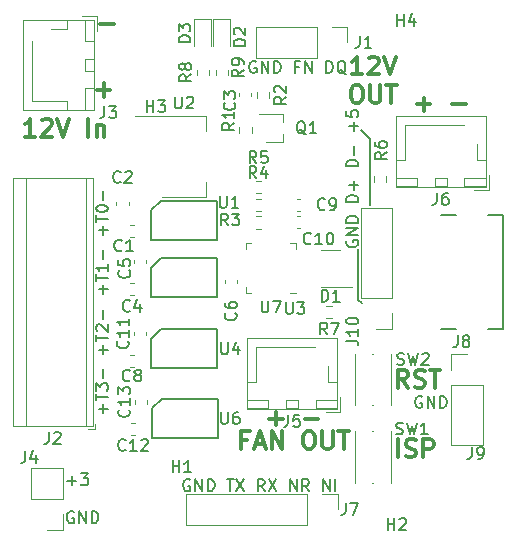
<source format=gbr>
G04 #@! TF.GenerationSoftware,KiCad,Pcbnew,7.0.3-24-g09febce4ce*
G04 #@! TF.CreationDate,2023-05-24T02:24:54-07:00*
G04 #@! TF.ProjectId,t962,74393632-2e6b-4696-9361-645f70636258,2.0*
G04 #@! TF.SameCoordinates,Original*
G04 #@! TF.FileFunction,Legend,Top*
G04 #@! TF.FilePolarity,Positive*
%FSLAX46Y46*%
G04 Gerber Fmt 4.6, Leading zero omitted, Abs format (unit mm)*
G04 Created by KiCad (PCBNEW 7.0.3-24-g09febce4ce) date 2023-05-24 02:24:54*
%MOMM*%
%LPD*%
G01*
G04 APERTURE LIST*
%ADD10C,0.150000*%
%ADD11C,0.300000*%
%ADD12C,0.120000*%
%ADD13C,0.200000*%
G04 APERTURE END LIST*
D10*
X157650000Y-41950000D02*
X156900000Y-41200000D01*
X157650000Y-47500000D02*
X157650000Y-41950000D01*
X156650000Y-55550000D02*
X156950000Y-55850000D01*
X156650000Y-51250000D02*
X156650000Y-55550000D01*
X162052095Y-63764438D02*
X161956857Y-63716819D01*
X161956857Y-63716819D02*
X161814000Y-63716819D01*
X161814000Y-63716819D02*
X161671143Y-63764438D01*
X161671143Y-63764438D02*
X161575905Y-63859676D01*
X161575905Y-63859676D02*
X161528286Y-63954914D01*
X161528286Y-63954914D02*
X161480667Y-64145390D01*
X161480667Y-64145390D02*
X161480667Y-64288247D01*
X161480667Y-64288247D02*
X161528286Y-64478723D01*
X161528286Y-64478723D02*
X161575905Y-64573961D01*
X161575905Y-64573961D02*
X161671143Y-64669200D01*
X161671143Y-64669200D02*
X161814000Y-64716819D01*
X161814000Y-64716819D02*
X161909238Y-64716819D01*
X161909238Y-64716819D02*
X162052095Y-64669200D01*
X162052095Y-64669200D02*
X162099714Y-64621580D01*
X162099714Y-64621580D02*
X162099714Y-64288247D01*
X162099714Y-64288247D02*
X161909238Y-64288247D01*
X162528286Y-64716819D02*
X162528286Y-63716819D01*
X162528286Y-63716819D02*
X163099714Y-64716819D01*
X163099714Y-64716819D02*
X163099714Y-63716819D01*
X163575905Y-64716819D02*
X163575905Y-63716819D01*
X163575905Y-63716819D02*
X163814000Y-63716819D01*
X163814000Y-63716819D02*
X163956857Y-63764438D01*
X163956857Y-63764438D02*
X164052095Y-63859676D01*
X164052095Y-63859676D02*
X164099714Y-63954914D01*
X164099714Y-63954914D02*
X164147333Y-64145390D01*
X164147333Y-64145390D02*
X164147333Y-64288247D01*
X164147333Y-64288247D02*
X164099714Y-64478723D01*
X164099714Y-64478723D02*
X164052095Y-64573961D01*
X164052095Y-64573961D02*
X163956857Y-64669200D01*
X163956857Y-64669200D02*
X163814000Y-64716819D01*
X163814000Y-64716819D02*
X163575905Y-64716819D01*
D11*
X156971429Y-36470828D02*
X156114286Y-36470828D01*
X156542857Y-36470828D02*
X156542857Y-34970828D01*
X156542857Y-34970828D02*
X156400000Y-35185114D01*
X156400000Y-35185114D02*
X156257143Y-35327971D01*
X156257143Y-35327971D02*
X156114286Y-35399400D01*
X157542857Y-35113685D02*
X157614285Y-35042257D01*
X157614285Y-35042257D02*
X157757143Y-34970828D01*
X157757143Y-34970828D02*
X158114285Y-34970828D01*
X158114285Y-34970828D02*
X158257143Y-35042257D01*
X158257143Y-35042257D02*
X158328571Y-35113685D01*
X158328571Y-35113685D02*
X158400000Y-35256542D01*
X158400000Y-35256542D02*
X158400000Y-35399400D01*
X158400000Y-35399400D02*
X158328571Y-35613685D01*
X158328571Y-35613685D02*
X157471428Y-36470828D01*
X157471428Y-36470828D02*
X158400000Y-36470828D01*
X158828571Y-34970828D02*
X159328571Y-36470828D01*
X159328571Y-36470828D02*
X159828571Y-34970828D01*
X156400000Y-37385828D02*
X156685714Y-37385828D01*
X156685714Y-37385828D02*
X156828571Y-37457257D01*
X156828571Y-37457257D02*
X156971428Y-37600114D01*
X156971428Y-37600114D02*
X157042857Y-37885828D01*
X157042857Y-37885828D02*
X157042857Y-38385828D01*
X157042857Y-38385828D02*
X156971428Y-38671542D01*
X156971428Y-38671542D02*
X156828571Y-38814400D01*
X156828571Y-38814400D02*
X156685714Y-38885828D01*
X156685714Y-38885828D02*
X156400000Y-38885828D01*
X156400000Y-38885828D02*
X156257143Y-38814400D01*
X156257143Y-38814400D02*
X156114285Y-38671542D01*
X156114285Y-38671542D02*
X156042857Y-38385828D01*
X156042857Y-38385828D02*
X156042857Y-37885828D01*
X156042857Y-37885828D02*
X156114285Y-37600114D01*
X156114285Y-37600114D02*
X156257143Y-37457257D01*
X156257143Y-37457257D02*
X156400000Y-37385828D01*
X157685714Y-37385828D02*
X157685714Y-38600114D01*
X157685714Y-38600114D02*
X157757143Y-38742971D01*
X157757143Y-38742971D02*
X157828572Y-38814400D01*
X157828572Y-38814400D02*
X157971429Y-38885828D01*
X157971429Y-38885828D02*
X158257143Y-38885828D01*
X158257143Y-38885828D02*
X158400000Y-38814400D01*
X158400000Y-38814400D02*
X158471429Y-38742971D01*
X158471429Y-38742971D02*
X158542857Y-38600114D01*
X158542857Y-38600114D02*
X158542857Y-37385828D01*
X159042858Y-37385828D02*
X159900001Y-37385828D01*
X159471429Y-38885828D02*
X159471429Y-37385828D01*
X161628571Y-39006900D02*
X162771429Y-39006900D01*
X162200000Y-39578328D02*
X162200000Y-38435471D01*
X164628571Y-39006900D02*
X165771429Y-39006900D01*
D10*
X132036779Y-70863866D02*
X132798684Y-70863866D01*
X132417731Y-71244819D02*
X132417731Y-70482914D01*
X133179636Y-70244819D02*
X133798683Y-70244819D01*
X133798683Y-70244819D02*
X133465350Y-70625771D01*
X133465350Y-70625771D02*
X133608207Y-70625771D01*
X133608207Y-70625771D02*
X133703445Y-70673390D01*
X133703445Y-70673390D02*
X133751064Y-70721009D01*
X133751064Y-70721009D02*
X133798683Y-70816247D01*
X133798683Y-70816247D02*
X133798683Y-71054342D01*
X133798683Y-71054342D02*
X133751064Y-71149580D01*
X133751064Y-71149580D02*
X133703445Y-71197200D01*
X133703445Y-71197200D02*
X133608207Y-71244819D01*
X133608207Y-71244819D02*
X133322493Y-71244819D01*
X133322493Y-71244819D02*
X133227255Y-71197200D01*
X133227255Y-71197200D02*
X133179636Y-71149580D01*
X132560588Y-73512438D02*
X132465350Y-73464819D01*
X132465350Y-73464819D02*
X132322493Y-73464819D01*
X132322493Y-73464819D02*
X132179636Y-73512438D01*
X132179636Y-73512438D02*
X132084398Y-73607676D01*
X132084398Y-73607676D02*
X132036779Y-73702914D01*
X132036779Y-73702914D02*
X131989160Y-73893390D01*
X131989160Y-73893390D02*
X131989160Y-74036247D01*
X131989160Y-74036247D02*
X132036779Y-74226723D01*
X132036779Y-74226723D02*
X132084398Y-74321961D01*
X132084398Y-74321961D02*
X132179636Y-74417200D01*
X132179636Y-74417200D02*
X132322493Y-74464819D01*
X132322493Y-74464819D02*
X132417731Y-74464819D01*
X132417731Y-74464819D02*
X132560588Y-74417200D01*
X132560588Y-74417200D02*
X132608207Y-74369580D01*
X132608207Y-74369580D02*
X132608207Y-74036247D01*
X132608207Y-74036247D02*
X132417731Y-74036247D01*
X133036779Y-74464819D02*
X133036779Y-73464819D01*
X133036779Y-73464819D02*
X133608207Y-74464819D01*
X133608207Y-74464819D02*
X133608207Y-73464819D01*
X134084398Y-74464819D02*
X134084398Y-73464819D01*
X134084398Y-73464819D02*
X134322493Y-73464819D01*
X134322493Y-73464819D02*
X134465350Y-73512438D01*
X134465350Y-73512438D02*
X134560588Y-73607676D01*
X134560588Y-73607676D02*
X134608207Y-73702914D01*
X134608207Y-73702914D02*
X134655826Y-73893390D01*
X134655826Y-73893390D02*
X134655826Y-74036247D01*
X134655826Y-74036247D02*
X134608207Y-74226723D01*
X134608207Y-74226723D02*
X134560588Y-74321961D01*
X134560588Y-74321961D02*
X134465350Y-74417200D01*
X134465350Y-74417200D02*
X134322493Y-74464819D01*
X134322493Y-74464819D02*
X134084398Y-74464819D01*
D11*
X149128571Y-65606900D02*
X150271429Y-65606900D01*
X149700000Y-66178328D02*
X149700000Y-65035471D01*
X152128571Y-65606900D02*
X153271429Y-65606900D01*
X134828571Y-32206900D02*
X135971429Y-32206900D01*
X134528571Y-37806900D02*
X135671429Y-37806900D01*
X135100000Y-38378328D02*
X135100000Y-37235471D01*
X129314286Y-41728328D02*
X128457143Y-41728328D01*
X128885714Y-41728328D02*
X128885714Y-40228328D01*
X128885714Y-40228328D02*
X128742857Y-40442614D01*
X128742857Y-40442614D02*
X128600000Y-40585471D01*
X128600000Y-40585471D02*
X128457143Y-40656900D01*
X129885714Y-40371185D02*
X129957142Y-40299757D01*
X129957142Y-40299757D02*
X130100000Y-40228328D01*
X130100000Y-40228328D02*
X130457142Y-40228328D01*
X130457142Y-40228328D02*
X130600000Y-40299757D01*
X130600000Y-40299757D02*
X130671428Y-40371185D01*
X130671428Y-40371185D02*
X130742857Y-40514042D01*
X130742857Y-40514042D02*
X130742857Y-40656900D01*
X130742857Y-40656900D02*
X130671428Y-40871185D01*
X130671428Y-40871185D02*
X129814285Y-41728328D01*
X129814285Y-41728328D02*
X130742857Y-41728328D01*
X131171428Y-40228328D02*
X131671428Y-41728328D01*
X131671428Y-41728328D02*
X132171428Y-40228328D01*
X133814284Y-41728328D02*
X133814284Y-40228328D01*
X134528570Y-40728328D02*
X134528570Y-41728328D01*
X134528570Y-40871185D02*
X134599999Y-40799757D01*
X134599999Y-40799757D02*
X134742856Y-40728328D01*
X134742856Y-40728328D02*
X134957142Y-40728328D01*
X134957142Y-40728328D02*
X135099999Y-40799757D01*
X135099999Y-40799757D02*
X135171428Y-40942614D01*
X135171428Y-40942614D02*
X135171428Y-41728328D01*
D10*
X135073866Y-65157142D02*
X135073866Y-64395238D01*
X135454819Y-64776190D02*
X134692914Y-64776190D01*
X134454819Y-64061904D02*
X134454819Y-63490476D01*
X135454819Y-63776190D02*
X134454819Y-63776190D01*
X134454819Y-63252380D02*
X134454819Y-62633333D01*
X134454819Y-62633333D02*
X134835771Y-62966666D01*
X134835771Y-62966666D02*
X134835771Y-62823809D01*
X134835771Y-62823809D02*
X134883390Y-62728571D01*
X134883390Y-62728571D02*
X134931009Y-62680952D01*
X134931009Y-62680952D02*
X135026247Y-62633333D01*
X135026247Y-62633333D02*
X135264342Y-62633333D01*
X135264342Y-62633333D02*
X135359580Y-62680952D01*
X135359580Y-62680952D02*
X135407200Y-62728571D01*
X135407200Y-62728571D02*
X135454819Y-62823809D01*
X135454819Y-62823809D02*
X135454819Y-63109523D01*
X135454819Y-63109523D02*
X135407200Y-63204761D01*
X135407200Y-63204761D02*
X135359580Y-63252380D01*
X135073866Y-62204761D02*
X135073866Y-61442857D01*
X135073866Y-60157142D02*
X135073866Y-59395238D01*
X135454819Y-59776190D02*
X134692914Y-59776190D01*
X134454819Y-59061904D02*
X134454819Y-58490476D01*
X135454819Y-58776190D02*
X134454819Y-58776190D01*
X134550057Y-58204761D02*
X134502438Y-58157142D01*
X134502438Y-58157142D02*
X134454819Y-58061904D01*
X134454819Y-58061904D02*
X134454819Y-57823809D01*
X134454819Y-57823809D02*
X134502438Y-57728571D01*
X134502438Y-57728571D02*
X134550057Y-57680952D01*
X134550057Y-57680952D02*
X134645295Y-57633333D01*
X134645295Y-57633333D02*
X134740533Y-57633333D01*
X134740533Y-57633333D02*
X134883390Y-57680952D01*
X134883390Y-57680952D02*
X135454819Y-58252380D01*
X135454819Y-58252380D02*
X135454819Y-57633333D01*
X135073866Y-57204761D02*
X135073866Y-56442857D01*
X135073866Y-55057142D02*
X135073866Y-54295238D01*
X135454819Y-54676190D02*
X134692914Y-54676190D01*
X134454819Y-53961904D02*
X134454819Y-53390476D01*
X135454819Y-53676190D02*
X134454819Y-53676190D01*
X135454819Y-52533333D02*
X135454819Y-53104761D01*
X135454819Y-52819047D02*
X134454819Y-52819047D01*
X134454819Y-52819047D02*
X134597676Y-52914285D01*
X134597676Y-52914285D02*
X134692914Y-53009523D01*
X134692914Y-53009523D02*
X134740533Y-53104761D01*
X135073866Y-52104761D02*
X135073866Y-51342857D01*
X135073866Y-50057142D02*
X135073866Y-49295238D01*
X135454819Y-49676190D02*
X134692914Y-49676190D01*
X134454819Y-48961904D02*
X134454819Y-48390476D01*
X135454819Y-48676190D02*
X134454819Y-48676190D01*
X134454819Y-47866666D02*
X134454819Y-47771428D01*
X134454819Y-47771428D02*
X134502438Y-47676190D01*
X134502438Y-47676190D02*
X134550057Y-47628571D01*
X134550057Y-47628571D02*
X134645295Y-47580952D01*
X134645295Y-47580952D02*
X134835771Y-47533333D01*
X134835771Y-47533333D02*
X135073866Y-47533333D01*
X135073866Y-47533333D02*
X135264342Y-47580952D01*
X135264342Y-47580952D02*
X135359580Y-47628571D01*
X135359580Y-47628571D02*
X135407200Y-47676190D01*
X135407200Y-47676190D02*
X135454819Y-47771428D01*
X135454819Y-47771428D02*
X135454819Y-47866666D01*
X135454819Y-47866666D02*
X135407200Y-47961904D01*
X135407200Y-47961904D02*
X135359580Y-48009523D01*
X135359580Y-48009523D02*
X135264342Y-48057142D01*
X135264342Y-48057142D02*
X135073866Y-48104761D01*
X135073866Y-48104761D02*
X134835771Y-48104761D01*
X134835771Y-48104761D02*
X134645295Y-48057142D01*
X134645295Y-48057142D02*
X134550057Y-48009523D01*
X134550057Y-48009523D02*
X134502438Y-47961904D01*
X134502438Y-47961904D02*
X134454819Y-47866666D01*
X135073866Y-47104761D02*
X135073866Y-46342857D01*
X147999999Y-35402438D02*
X147904761Y-35354819D01*
X147904761Y-35354819D02*
X147761904Y-35354819D01*
X147761904Y-35354819D02*
X147619047Y-35402438D01*
X147619047Y-35402438D02*
X147523809Y-35497676D01*
X147523809Y-35497676D02*
X147476190Y-35592914D01*
X147476190Y-35592914D02*
X147428571Y-35783390D01*
X147428571Y-35783390D02*
X147428571Y-35926247D01*
X147428571Y-35926247D02*
X147476190Y-36116723D01*
X147476190Y-36116723D02*
X147523809Y-36211961D01*
X147523809Y-36211961D02*
X147619047Y-36307200D01*
X147619047Y-36307200D02*
X147761904Y-36354819D01*
X147761904Y-36354819D02*
X147857142Y-36354819D01*
X147857142Y-36354819D02*
X147999999Y-36307200D01*
X147999999Y-36307200D02*
X148047618Y-36259580D01*
X148047618Y-36259580D02*
X148047618Y-35926247D01*
X148047618Y-35926247D02*
X147857142Y-35926247D01*
X148476190Y-36354819D02*
X148476190Y-35354819D01*
X148476190Y-35354819D02*
X149047618Y-36354819D01*
X149047618Y-36354819D02*
X149047618Y-35354819D01*
X149523809Y-36354819D02*
X149523809Y-35354819D01*
X149523809Y-35354819D02*
X149761904Y-35354819D01*
X149761904Y-35354819D02*
X149904761Y-35402438D01*
X149904761Y-35402438D02*
X149999999Y-35497676D01*
X149999999Y-35497676D02*
X150047618Y-35592914D01*
X150047618Y-35592914D02*
X150095237Y-35783390D01*
X150095237Y-35783390D02*
X150095237Y-35926247D01*
X150095237Y-35926247D02*
X150047618Y-36116723D01*
X150047618Y-36116723D02*
X149999999Y-36211961D01*
X149999999Y-36211961D02*
X149904761Y-36307200D01*
X149904761Y-36307200D02*
X149761904Y-36354819D01*
X149761904Y-36354819D02*
X149523809Y-36354819D01*
X151619047Y-35831009D02*
X151285714Y-35831009D01*
X151285714Y-36354819D02*
X151285714Y-35354819D01*
X151285714Y-35354819D02*
X151761904Y-35354819D01*
X152142857Y-36354819D02*
X152142857Y-35354819D01*
X152142857Y-35354819D02*
X152714285Y-36354819D01*
X152714285Y-36354819D02*
X152714285Y-35354819D01*
X153952381Y-36354819D02*
X153952381Y-35354819D01*
X153952381Y-35354819D02*
X154190476Y-35354819D01*
X154190476Y-35354819D02*
X154333333Y-35402438D01*
X154333333Y-35402438D02*
X154428571Y-35497676D01*
X154428571Y-35497676D02*
X154476190Y-35592914D01*
X154476190Y-35592914D02*
X154523809Y-35783390D01*
X154523809Y-35783390D02*
X154523809Y-35926247D01*
X154523809Y-35926247D02*
X154476190Y-36116723D01*
X154476190Y-36116723D02*
X154428571Y-36211961D01*
X154428571Y-36211961D02*
X154333333Y-36307200D01*
X154333333Y-36307200D02*
X154190476Y-36354819D01*
X154190476Y-36354819D02*
X153952381Y-36354819D01*
X155619047Y-36450057D02*
X155523809Y-36402438D01*
X155523809Y-36402438D02*
X155428571Y-36307200D01*
X155428571Y-36307200D02*
X155285714Y-36164342D01*
X155285714Y-36164342D02*
X155190476Y-36116723D01*
X155190476Y-36116723D02*
X155095238Y-36116723D01*
X155142857Y-36354819D02*
X155047619Y-36307200D01*
X155047619Y-36307200D02*
X154952381Y-36211961D01*
X154952381Y-36211961D02*
X154904762Y-36021485D01*
X154904762Y-36021485D02*
X154904762Y-35688152D01*
X154904762Y-35688152D02*
X154952381Y-35497676D01*
X154952381Y-35497676D02*
X155047619Y-35402438D01*
X155047619Y-35402438D02*
X155142857Y-35354819D01*
X155142857Y-35354819D02*
X155333333Y-35354819D01*
X155333333Y-35354819D02*
X155428571Y-35402438D01*
X155428571Y-35402438D02*
X155523809Y-35497676D01*
X155523809Y-35497676D02*
X155571428Y-35688152D01*
X155571428Y-35688152D02*
X155571428Y-36021485D01*
X155571428Y-36021485D02*
X155523809Y-36211961D01*
X155523809Y-36211961D02*
X155428571Y-36307200D01*
X155428571Y-36307200D02*
X155333333Y-36354819D01*
X155333333Y-36354819D02*
X155142857Y-36354819D01*
X155702438Y-50538095D02*
X155654819Y-50633333D01*
X155654819Y-50633333D02*
X155654819Y-50776190D01*
X155654819Y-50776190D02*
X155702438Y-50919047D01*
X155702438Y-50919047D02*
X155797676Y-51014285D01*
X155797676Y-51014285D02*
X155892914Y-51061904D01*
X155892914Y-51061904D02*
X156083390Y-51109523D01*
X156083390Y-51109523D02*
X156226247Y-51109523D01*
X156226247Y-51109523D02*
X156416723Y-51061904D01*
X156416723Y-51061904D02*
X156511961Y-51014285D01*
X156511961Y-51014285D02*
X156607200Y-50919047D01*
X156607200Y-50919047D02*
X156654819Y-50776190D01*
X156654819Y-50776190D02*
X156654819Y-50680952D01*
X156654819Y-50680952D02*
X156607200Y-50538095D01*
X156607200Y-50538095D02*
X156559580Y-50490476D01*
X156559580Y-50490476D02*
X156226247Y-50490476D01*
X156226247Y-50490476D02*
X156226247Y-50680952D01*
X156654819Y-50061904D02*
X155654819Y-50061904D01*
X155654819Y-50061904D02*
X156654819Y-49490476D01*
X156654819Y-49490476D02*
X155654819Y-49490476D01*
X156654819Y-49014285D02*
X155654819Y-49014285D01*
X155654819Y-49014285D02*
X155654819Y-48776190D01*
X155654819Y-48776190D02*
X155702438Y-48633333D01*
X155702438Y-48633333D02*
X155797676Y-48538095D01*
X155797676Y-48538095D02*
X155892914Y-48490476D01*
X155892914Y-48490476D02*
X156083390Y-48442857D01*
X156083390Y-48442857D02*
X156226247Y-48442857D01*
X156226247Y-48442857D02*
X156416723Y-48490476D01*
X156416723Y-48490476D02*
X156511961Y-48538095D01*
X156511961Y-48538095D02*
X156607200Y-48633333D01*
X156607200Y-48633333D02*
X156654819Y-48776190D01*
X156654819Y-48776190D02*
X156654819Y-49014285D01*
X156654819Y-47252380D02*
X155654819Y-47252380D01*
X155654819Y-47252380D02*
X155654819Y-47014285D01*
X155654819Y-47014285D02*
X155702438Y-46871428D01*
X155702438Y-46871428D02*
X155797676Y-46776190D01*
X155797676Y-46776190D02*
X155892914Y-46728571D01*
X155892914Y-46728571D02*
X156083390Y-46680952D01*
X156083390Y-46680952D02*
X156226247Y-46680952D01*
X156226247Y-46680952D02*
X156416723Y-46728571D01*
X156416723Y-46728571D02*
X156511961Y-46776190D01*
X156511961Y-46776190D02*
X156607200Y-46871428D01*
X156607200Y-46871428D02*
X156654819Y-47014285D01*
X156654819Y-47014285D02*
X156654819Y-47252380D01*
X156273866Y-46252380D02*
X156273866Y-45490476D01*
X156654819Y-45871428D02*
X155892914Y-45871428D01*
X156654819Y-44252380D02*
X155654819Y-44252380D01*
X155654819Y-44252380D02*
X155654819Y-44014285D01*
X155654819Y-44014285D02*
X155702438Y-43871428D01*
X155702438Y-43871428D02*
X155797676Y-43776190D01*
X155797676Y-43776190D02*
X155892914Y-43728571D01*
X155892914Y-43728571D02*
X156083390Y-43680952D01*
X156083390Y-43680952D02*
X156226247Y-43680952D01*
X156226247Y-43680952D02*
X156416723Y-43728571D01*
X156416723Y-43728571D02*
X156511961Y-43776190D01*
X156511961Y-43776190D02*
X156607200Y-43871428D01*
X156607200Y-43871428D02*
X156654819Y-44014285D01*
X156654819Y-44014285D02*
X156654819Y-44252380D01*
X156273866Y-43252380D02*
X156273866Y-42490476D01*
X156273866Y-41252380D02*
X156273866Y-40490476D01*
X156654819Y-40871428D02*
X155892914Y-40871428D01*
X155654819Y-39538095D02*
X155654819Y-40014285D01*
X155654819Y-40014285D02*
X156131009Y-40061904D01*
X156131009Y-40061904D02*
X156083390Y-40014285D01*
X156083390Y-40014285D02*
X156035771Y-39919047D01*
X156035771Y-39919047D02*
X156035771Y-39680952D01*
X156035771Y-39680952D02*
X156083390Y-39585714D01*
X156083390Y-39585714D02*
X156131009Y-39538095D01*
X156131009Y-39538095D02*
X156226247Y-39490476D01*
X156226247Y-39490476D02*
X156464342Y-39490476D01*
X156464342Y-39490476D02*
X156559580Y-39538095D01*
X156559580Y-39538095D02*
X156607200Y-39585714D01*
X156607200Y-39585714D02*
X156654819Y-39680952D01*
X156654819Y-39680952D02*
X156654819Y-39919047D01*
X156654819Y-39919047D02*
X156607200Y-40014285D01*
X156607200Y-40014285D02*
X156559580Y-40061904D01*
D11*
X160878571Y-62978328D02*
X160378571Y-62264042D01*
X160021428Y-62978328D02*
X160021428Y-61478328D01*
X160021428Y-61478328D02*
X160592857Y-61478328D01*
X160592857Y-61478328D02*
X160735714Y-61549757D01*
X160735714Y-61549757D02*
X160807143Y-61621185D01*
X160807143Y-61621185D02*
X160878571Y-61764042D01*
X160878571Y-61764042D02*
X160878571Y-61978328D01*
X160878571Y-61978328D02*
X160807143Y-62121185D01*
X160807143Y-62121185D02*
X160735714Y-62192614D01*
X160735714Y-62192614D02*
X160592857Y-62264042D01*
X160592857Y-62264042D02*
X160021428Y-62264042D01*
X161450000Y-62906900D02*
X161664286Y-62978328D01*
X161664286Y-62978328D02*
X162021428Y-62978328D01*
X162021428Y-62978328D02*
X162164286Y-62906900D01*
X162164286Y-62906900D02*
X162235714Y-62835471D01*
X162235714Y-62835471D02*
X162307143Y-62692614D01*
X162307143Y-62692614D02*
X162307143Y-62549757D01*
X162307143Y-62549757D02*
X162235714Y-62406900D01*
X162235714Y-62406900D02*
X162164286Y-62335471D01*
X162164286Y-62335471D02*
X162021428Y-62264042D01*
X162021428Y-62264042D02*
X161735714Y-62192614D01*
X161735714Y-62192614D02*
X161592857Y-62121185D01*
X161592857Y-62121185D02*
X161521428Y-62049757D01*
X161521428Y-62049757D02*
X161450000Y-61906900D01*
X161450000Y-61906900D02*
X161450000Y-61764042D01*
X161450000Y-61764042D02*
X161521428Y-61621185D01*
X161521428Y-61621185D02*
X161592857Y-61549757D01*
X161592857Y-61549757D02*
X161735714Y-61478328D01*
X161735714Y-61478328D02*
X162092857Y-61478328D01*
X162092857Y-61478328D02*
X162307143Y-61549757D01*
X162735714Y-61478328D02*
X163592857Y-61478328D01*
X163164285Y-62978328D02*
X163164285Y-61478328D01*
X160035714Y-68878328D02*
X160035714Y-67378328D01*
X160678572Y-68806900D02*
X160892858Y-68878328D01*
X160892858Y-68878328D02*
X161250000Y-68878328D01*
X161250000Y-68878328D02*
X161392858Y-68806900D01*
X161392858Y-68806900D02*
X161464286Y-68735471D01*
X161464286Y-68735471D02*
X161535715Y-68592614D01*
X161535715Y-68592614D02*
X161535715Y-68449757D01*
X161535715Y-68449757D02*
X161464286Y-68306900D01*
X161464286Y-68306900D02*
X161392858Y-68235471D01*
X161392858Y-68235471D02*
X161250000Y-68164042D01*
X161250000Y-68164042D02*
X160964286Y-68092614D01*
X160964286Y-68092614D02*
X160821429Y-68021185D01*
X160821429Y-68021185D02*
X160750000Y-67949757D01*
X160750000Y-67949757D02*
X160678572Y-67806900D01*
X160678572Y-67806900D02*
X160678572Y-67664042D01*
X160678572Y-67664042D02*
X160750000Y-67521185D01*
X160750000Y-67521185D02*
X160821429Y-67449757D01*
X160821429Y-67449757D02*
X160964286Y-67378328D01*
X160964286Y-67378328D02*
X161321429Y-67378328D01*
X161321429Y-67378328D02*
X161535715Y-67449757D01*
X162178571Y-68878328D02*
X162178571Y-67378328D01*
X162178571Y-67378328D02*
X162750000Y-67378328D01*
X162750000Y-67378328D02*
X162892857Y-67449757D01*
X162892857Y-67449757D02*
X162964286Y-67521185D01*
X162964286Y-67521185D02*
X163035714Y-67664042D01*
X163035714Y-67664042D02*
X163035714Y-67878328D01*
X163035714Y-67878328D02*
X162964286Y-68021185D01*
X162964286Y-68021185D02*
X162892857Y-68092614D01*
X162892857Y-68092614D02*
X162750000Y-68164042D01*
X162750000Y-68164042D02*
X162178571Y-68164042D01*
D10*
X142395237Y-70802438D02*
X142299999Y-70754819D01*
X142299999Y-70754819D02*
X142157142Y-70754819D01*
X142157142Y-70754819D02*
X142014285Y-70802438D01*
X142014285Y-70802438D02*
X141919047Y-70897676D01*
X141919047Y-70897676D02*
X141871428Y-70992914D01*
X141871428Y-70992914D02*
X141823809Y-71183390D01*
X141823809Y-71183390D02*
X141823809Y-71326247D01*
X141823809Y-71326247D02*
X141871428Y-71516723D01*
X141871428Y-71516723D02*
X141919047Y-71611961D01*
X141919047Y-71611961D02*
X142014285Y-71707200D01*
X142014285Y-71707200D02*
X142157142Y-71754819D01*
X142157142Y-71754819D02*
X142252380Y-71754819D01*
X142252380Y-71754819D02*
X142395237Y-71707200D01*
X142395237Y-71707200D02*
X142442856Y-71659580D01*
X142442856Y-71659580D02*
X142442856Y-71326247D01*
X142442856Y-71326247D02*
X142252380Y-71326247D01*
X142871428Y-71754819D02*
X142871428Y-70754819D01*
X142871428Y-70754819D02*
X143442856Y-71754819D01*
X143442856Y-71754819D02*
X143442856Y-70754819D01*
X143919047Y-71754819D02*
X143919047Y-70754819D01*
X143919047Y-70754819D02*
X144157142Y-70754819D01*
X144157142Y-70754819D02*
X144299999Y-70802438D01*
X144299999Y-70802438D02*
X144395237Y-70897676D01*
X144395237Y-70897676D02*
X144442856Y-70992914D01*
X144442856Y-70992914D02*
X144490475Y-71183390D01*
X144490475Y-71183390D02*
X144490475Y-71326247D01*
X144490475Y-71326247D02*
X144442856Y-71516723D01*
X144442856Y-71516723D02*
X144395237Y-71611961D01*
X144395237Y-71611961D02*
X144299999Y-71707200D01*
X144299999Y-71707200D02*
X144157142Y-71754819D01*
X144157142Y-71754819D02*
X143919047Y-71754819D01*
X145538095Y-70754819D02*
X146109523Y-70754819D01*
X145823809Y-71754819D02*
X145823809Y-70754819D01*
X146347619Y-70754819D02*
X147014285Y-71754819D01*
X147014285Y-70754819D02*
X146347619Y-71754819D01*
X148728571Y-71754819D02*
X148395238Y-71278628D01*
X148157143Y-71754819D02*
X148157143Y-70754819D01*
X148157143Y-70754819D02*
X148538095Y-70754819D01*
X148538095Y-70754819D02*
X148633333Y-70802438D01*
X148633333Y-70802438D02*
X148680952Y-70850057D01*
X148680952Y-70850057D02*
X148728571Y-70945295D01*
X148728571Y-70945295D02*
X148728571Y-71088152D01*
X148728571Y-71088152D02*
X148680952Y-71183390D01*
X148680952Y-71183390D02*
X148633333Y-71231009D01*
X148633333Y-71231009D02*
X148538095Y-71278628D01*
X148538095Y-71278628D02*
X148157143Y-71278628D01*
X149061905Y-70754819D02*
X149728571Y-71754819D01*
X149728571Y-70754819D02*
X149061905Y-71754819D01*
X150871429Y-71754819D02*
X150871429Y-70754819D01*
X150871429Y-70754819D02*
X151442857Y-71754819D01*
X151442857Y-71754819D02*
X151442857Y-70754819D01*
X152490476Y-71754819D02*
X152157143Y-71278628D01*
X151919048Y-71754819D02*
X151919048Y-70754819D01*
X151919048Y-70754819D02*
X152300000Y-70754819D01*
X152300000Y-70754819D02*
X152395238Y-70802438D01*
X152395238Y-70802438D02*
X152442857Y-70850057D01*
X152442857Y-70850057D02*
X152490476Y-70945295D01*
X152490476Y-70945295D02*
X152490476Y-71088152D01*
X152490476Y-71088152D02*
X152442857Y-71183390D01*
X152442857Y-71183390D02*
X152395238Y-71231009D01*
X152395238Y-71231009D02*
X152300000Y-71278628D01*
X152300000Y-71278628D02*
X151919048Y-71278628D01*
X153680953Y-71754819D02*
X153680953Y-70754819D01*
X153680953Y-70754819D02*
X154252381Y-71754819D01*
X154252381Y-71754819D02*
X154252381Y-70754819D01*
X154728572Y-71754819D02*
X154728572Y-70754819D01*
D11*
X147271428Y-67392614D02*
X146771428Y-67392614D01*
X146771428Y-68178328D02*
X146771428Y-66678328D01*
X146771428Y-66678328D02*
X147485714Y-66678328D01*
X147985714Y-67749757D02*
X148700000Y-67749757D01*
X147842857Y-68178328D02*
X148342857Y-66678328D01*
X148342857Y-66678328D02*
X148842857Y-68178328D01*
X149342856Y-68178328D02*
X149342856Y-66678328D01*
X149342856Y-66678328D02*
X150199999Y-68178328D01*
X150199999Y-68178328D02*
X150199999Y-66678328D01*
X152342857Y-66678328D02*
X152628571Y-66678328D01*
X152628571Y-66678328D02*
X152771428Y-66749757D01*
X152771428Y-66749757D02*
X152914285Y-66892614D01*
X152914285Y-66892614D02*
X152985714Y-67178328D01*
X152985714Y-67178328D02*
X152985714Y-67678328D01*
X152985714Y-67678328D02*
X152914285Y-67964042D01*
X152914285Y-67964042D02*
X152771428Y-68106900D01*
X152771428Y-68106900D02*
X152628571Y-68178328D01*
X152628571Y-68178328D02*
X152342857Y-68178328D01*
X152342857Y-68178328D02*
X152200000Y-68106900D01*
X152200000Y-68106900D02*
X152057142Y-67964042D01*
X152057142Y-67964042D02*
X151985714Y-67678328D01*
X151985714Y-67678328D02*
X151985714Y-67178328D01*
X151985714Y-67178328D02*
X152057142Y-66892614D01*
X152057142Y-66892614D02*
X152200000Y-66749757D01*
X152200000Y-66749757D02*
X152342857Y-66678328D01*
X153628571Y-66678328D02*
X153628571Y-67892614D01*
X153628571Y-67892614D02*
X153700000Y-68035471D01*
X153700000Y-68035471D02*
X153771429Y-68106900D01*
X153771429Y-68106900D02*
X153914286Y-68178328D01*
X153914286Y-68178328D02*
X154200000Y-68178328D01*
X154200000Y-68178328D02*
X154342857Y-68106900D01*
X154342857Y-68106900D02*
X154414286Y-68035471D01*
X154414286Y-68035471D02*
X154485714Y-67892614D01*
X154485714Y-67892614D02*
X154485714Y-66678328D01*
X154985715Y-66678328D02*
X155842858Y-66678328D01*
X155414286Y-68178328D02*
X155414286Y-66678328D01*
D10*
X163316666Y-46504819D02*
X163316666Y-47219104D01*
X163316666Y-47219104D02*
X163269047Y-47361961D01*
X163269047Y-47361961D02*
X163173809Y-47457200D01*
X163173809Y-47457200D02*
X163030952Y-47504819D01*
X163030952Y-47504819D02*
X162935714Y-47504819D01*
X164221428Y-46504819D02*
X164030952Y-46504819D01*
X164030952Y-46504819D02*
X163935714Y-46552438D01*
X163935714Y-46552438D02*
X163888095Y-46600057D01*
X163888095Y-46600057D02*
X163792857Y-46742914D01*
X163792857Y-46742914D02*
X163745238Y-46933390D01*
X163745238Y-46933390D02*
X163745238Y-47314342D01*
X163745238Y-47314342D02*
X163792857Y-47409580D01*
X163792857Y-47409580D02*
X163840476Y-47457200D01*
X163840476Y-47457200D02*
X163935714Y-47504819D01*
X163935714Y-47504819D02*
X164126190Y-47504819D01*
X164126190Y-47504819D02*
X164221428Y-47457200D01*
X164221428Y-47457200D02*
X164269047Y-47409580D01*
X164269047Y-47409580D02*
X164316666Y-47314342D01*
X164316666Y-47314342D02*
X164316666Y-47076247D01*
X164316666Y-47076247D02*
X164269047Y-46981009D01*
X164269047Y-46981009D02*
X164221428Y-46933390D01*
X164221428Y-46933390D02*
X164126190Y-46885771D01*
X164126190Y-46885771D02*
X163935714Y-46885771D01*
X163935714Y-46885771D02*
X163840476Y-46933390D01*
X163840476Y-46933390D02*
X163792857Y-46981009D01*
X163792857Y-46981009D02*
X163745238Y-47076247D01*
X150716666Y-65304819D02*
X150716666Y-66019104D01*
X150716666Y-66019104D02*
X150669047Y-66161961D01*
X150669047Y-66161961D02*
X150573809Y-66257200D01*
X150573809Y-66257200D02*
X150430952Y-66304819D01*
X150430952Y-66304819D02*
X150335714Y-66304819D01*
X151669047Y-65304819D02*
X151192857Y-65304819D01*
X151192857Y-65304819D02*
X151145238Y-65781009D01*
X151145238Y-65781009D02*
X151192857Y-65733390D01*
X151192857Y-65733390D02*
X151288095Y-65685771D01*
X151288095Y-65685771D02*
X151526190Y-65685771D01*
X151526190Y-65685771D02*
X151621428Y-65733390D01*
X151621428Y-65733390D02*
X151669047Y-65781009D01*
X151669047Y-65781009D02*
X151716666Y-65876247D01*
X151716666Y-65876247D02*
X151716666Y-66114342D01*
X151716666Y-66114342D02*
X151669047Y-66209580D01*
X151669047Y-66209580D02*
X151621428Y-66257200D01*
X151621428Y-66257200D02*
X151526190Y-66304819D01*
X151526190Y-66304819D02*
X151288095Y-66304819D01*
X151288095Y-66304819D02*
X151192857Y-66257200D01*
X151192857Y-66257200D02*
X151145238Y-66209580D01*
X135166666Y-39154819D02*
X135166666Y-39869104D01*
X135166666Y-39869104D02*
X135119047Y-40011961D01*
X135119047Y-40011961D02*
X135023809Y-40107200D01*
X135023809Y-40107200D02*
X134880952Y-40154819D01*
X134880952Y-40154819D02*
X134785714Y-40154819D01*
X135547619Y-39154819D02*
X136166666Y-39154819D01*
X136166666Y-39154819D02*
X135833333Y-39535771D01*
X135833333Y-39535771D02*
X135976190Y-39535771D01*
X135976190Y-39535771D02*
X136071428Y-39583390D01*
X136071428Y-39583390D02*
X136119047Y-39631009D01*
X136119047Y-39631009D02*
X136166666Y-39726247D01*
X136166666Y-39726247D02*
X136166666Y-39964342D01*
X136166666Y-39964342D02*
X136119047Y-40059580D01*
X136119047Y-40059580D02*
X136071428Y-40107200D01*
X136071428Y-40107200D02*
X135976190Y-40154819D01*
X135976190Y-40154819D02*
X135690476Y-40154819D01*
X135690476Y-40154819D02*
X135595238Y-40107200D01*
X135595238Y-40107200D02*
X135547619Y-40059580D01*
X148488095Y-55617319D02*
X148488095Y-56426842D01*
X148488095Y-56426842D02*
X148535714Y-56522080D01*
X148535714Y-56522080D02*
X148583333Y-56569700D01*
X148583333Y-56569700D02*
X148678571Y-56617319D01*
X148678571Y-56617319D02*
X148869047Y-56617319D01*
X148869047Y-56617319D02*
X148964285Y-56569700D01*
X148964285Y-56569700D02*
X149011904Y-56522080D01*
X149011904Y-56522080D02*
X149059523Y-56426842D01*
X149059523Y-56426842D02*
X149059523Y-55617319D01*
X149440476Y-55617319D02*
X150107142Y-55617319D01*
X150107142Y-55617319D02*
X149678571Y-56617319D01*
X146954819Y-36066666D02*
X146478628Y-36399999D01*
X146954819Y-36638094D02*
X145954819Y-36638094D01*
X145954819Y-36638094D02*
X145954819Y-36257142D01*
X145954819Y-36257142D02*
X146002438Y-36161904D01*
X146002438Y-36161904D02*
X146050057Y-36114285D01*
X146050057Y-36114285D02*
X146145295Y-36066666D01*
X146145295Y-36066666D02*
X146288152Y-36066666D01*
X146288152Y-36066666D02*
X146383390Y-36114285D01*
X146383390Y-36114285D02*
X146431009Y-36161904D01*
X146431009Y-36161904D02*
X146478628Y-36257142D01*
X146478628Y-36257142D02*
X146478628Y-36638094D01*
X146954819Y-35590475D02*
X146954819Y-35399999D01*
X146954819Y-35399999D02*
X146907200Y-35304761D01*
X146907200Y-35304761D02*
X146859580Y-35257142D01*
X146859580Y-35257142D02*
X146716723Y-35161904D01*
X146716723Y-35161904D02*
X146526247Y-35114285D01*
X146526247Y-35114285D02*
X146145295Y-35114285D01*
X146145295Y-35114285D02*
X146050057Y-35161904D01*
X146050057Y-35161904D02*
X146002438Y-35209523D01*
X146002438Y-35209523D02*
X145954819Y-35304761D01*
X145954819Y-35304761D02*
X145954819Y-35495237D01*
X145954819Y-35495237D02*
X146002438Y-35590475D01*
X146002438Y-35590475D02*
X146050057Y-35638094D01*
X146050057Y-35638094D02*
X146145295Y-35685713D01*
X146145295Y-35685713D02*
X146383390Y-35685713D01*
X146383390Y-35685713D02*
X146478628Y-35638094D01*
X146478628Y-35638094D02*
X146526247Y-35590475D01*
X146526247Y-35590475D02*
X146573866Y-35495237D01*
X146573866Y-35495237D02*
X146573866Y-35304761D01*
X146573866Y-35304761D02*
X146526247Y-35209523D01*
X146526247Y-35209523D02*
X146478628Y-35161904D01*
X146478628Y-35161904D02*
X146383390Y-35114285D01*
X142524819Y-36466666D02*
X142048628Y-36799999D01*
X142524819Y-37038094D02*
X141524819Y-37038094D01*
X141524819Y-37038094D02*
X141524819Y-36657142D01*
X141524819Y-36657142D02*
X141572438Y-36561904D01*
X141572438Y-36561904D02*
X141620057Y-36514285D01*
X141620057Y-36514285D02*
X141715295Y-36466666D01*
X141715295Y-36466666D02*
X141858152Y-36466666D01*
X141858152Y-36466666D02*
X141953390Y-36514285D01*
X141953390Y-36514285D02*
X142001009Y-36561904D01*
X142001009Y-36561904D02*
X142048628Y-36657142D01*
X142048628Y-36657142D02*
X142048628Y-37038094D01*
X141953390Y-35895237D02*
X141905771Y-35990475D01*
X141905771Y-35990475D02*
X141858152Y-36038094D01*
X141858152Y-36038094D02*
X141762914Y-36085713D01*
X141762914Y-36085713D02*
X141715295Y-36085713D01*
X141715295Y-36085713D02*
X141620057Y-36038094D01*
X141620057Y-36038094D02*
X141572438Y-35990475D01*
X141572438Y-35990475D02*
X141524819Y-35895237D01*
X141524819Y-35895237D02*
X141524819Y-35704761D01*
X141524819Y-35704761D02*
X141572438Y-35609523D01*
X141572438Y-35609523D02*
X141620057Y-35561904D01*
X141620057Y-35561904D02*
X141715295Y-35514285D01*
X141715295Y-35514285D02*
X141762914Y-35514285D01*
X141762914Y-35514285D02*
X141858152Y-35561904D01*
X141858152Y-35561904D02*
X141905771Y-35609523D01*
X141905771Y-35609523D02*
X141953390Y-35704761D01*
X141953390Y-35704761D02*
X141953390Y-35895237D01*
X141953390Y-35895237D02*
X142001009Y-35990475D01*
X142001009Y-35990475D02*
X142048628Y-36038094D01*
X142048628Y-36038094D02*
X142143866Y-36085713D01*
X142143866Y-36085713D02*
X142334342Y-36085713D01*
X142334342Y-36085713D02*
X142429580Y-36038094D01*
X142429580Y-36038094D02*
X142477200Y-35990475D01*
X142477200Y-35990475D02*
X142524819Y-35895237D01*
X142524819Y-35895237D02*
X142524819Y-35704761D01*
X142524819Y-35704761D02*
X142477200Y-35609523D01*
X142477200Y-35609523D02*
X142429580Y-35561904D01*
X142429580Y-35561904D02*
X142334342Y-35514285D01*
X142334342Y-35514285D02*
X142143866Y-35514285D01*
X142143866Y-35514285D02*
X142048628Y-35561904D01*
X142048628Y-35561904D02*
X142001009Y-35609523D01*
X142001009Y-35609523D02*
X141953390Y-35704761D01*
X142454819Y-33738094D02*
X141454819Y-33738094D01*
X141454819Y-33738094D02*
X141454819Y-33499999D01*
X141454819Y-33499999D02*
X141502438Y-33357142D01*
X141502438Y-33357142D02*
X141597676Y-33261904D01*
X141597676Y-33261904D02*
X141692914Y-33214285D01*
X141692914Y-33214285D02*
X141883390Y-33166666D01*
X141883390Y-33166666D02*
X142026247Y-33166666D01*
X142026247Y-33166666D02*
X142216723Y-33214285D01*
X142216723Y-33214285D02*
X142311961Y-33261904D01*
X142311961Y-33261904D02*
X142407200Y-33357142D01*
X142407200Y-33357142D02*
X142454819Y-33499999D01*
X142454819Y-33499999D02*
X142454819Y-33738094D01*
X141454819Y-32833332D02*
X141454819Y-32214285D01*
X141454819Y-32214285D02*
X141835771Y-32547618D01*
X141835771Y-32547618D02*
X141835771Y-32404761D01*
X141835771Y-32404761D02*
X141883390Y-32309523D01*
X141883390Y-32309523D02*
X141931009Y-32261904D01*
X141931009Y-32261904D02*
X142026247Y-32214285D01*
X142026247Y-32214285D02*
X142264342Y-32214285D01*
X142264342Y-32214285D02*
X142359580Y-32261904D01*
X142359580Y-32261904D02*
X142407200Y-32309523D01*
X142407200Y-32309523D02*
X142454819Y-32404761D01*
X142454819Y-32404761D02*
X142454819Y-32690475D01*
X142454819Y-32690475D02*
X142407200Y-32785713D01*
X142407200Y-32785713D02*
X142359580Y-32833332D01*
X147104819Y-34038094D02*
X146104819Y-34038094D01*
X146104819Y-34038094D02*
X146104819Y-33799999D01*
X146104819Y-33799999D02*
X146152438Y-33657142D01*
X146152438Y-33657142D02*
X146247676Y-33561904D01*
X146247676Y-33561904D02*
X146342914Y-33514285D01*
X146342914Y-33514285D02*
X146533390Y-33466666D01*
X146533390Y-33466666D02*
X146676247Y-33466666D01*
X146676247Y-33466666D02*
X146866723Y-33514285D01*
X146866723Y-33514285D02*
X146961961Y-33561904D01*
X146961961Y-33561904D02*
X147057200Y-33657142D01*
X147057200Y-33657142D02*
X147104819Y-33799999D01*
X147104819Y-33799999D02*
X147104819Y-34038094D01*
X146200057Y-33085713D02*
X146152438Y-33038094D01*
X146152438Y-33038094D02*
X146104819Y-32942856D01*
X146104819Y-32942856D02*
X146104819Y-32704761D01*
X146104819Y-32704761D02*
X146152438Y-32609523D01*
X146152438Y-32609523D02*
X146200057Y-32561904D01*
X146200057Y-32561904D02*
X146295295Y-32514285D01*
X146295295Y-32514285D02*
X146390533Y-32514285D01*
X146390533Y-32514285D02*
X146533390Y-32561904D01*
X146533390Y-32561904D02*
X147104819Y-33133332D01*
X147104819Y-33133332D02*
X147104819Y-32514285D01*
X146259580Y-56666666D02*
X146307200Y-56714285D01*
X146307200Y-56714285D02*
X146354819Y-56857142D01*
X146354819Y-56857142D02*
X146354819Y-56952380D01*
X146354819Y-56952380D02*
X146307200Y-57095237D01*
X146307200Y-57095237D02*
X146211961Y-57190475D01*
X146211961Y-57190475D02*
X146116723Y-57238094D01*
X146116723Y-57238094D02*
X145926247Y-57285713D01*
X145926247Y-57285713D02*
X145783390Y-57285713D01*
X145783390Y-57285713D02*
X145592914Y-57238094D01*
X145592914Y-57238094D02*
X145497676Y-57190475D01*
X145497676Y-57190475D02*
X145402438Y-57095237D01*
X145402438Y-57095237D02*
X145354819Y-56952380D01*
X145354819Y-56952380D02*
X145354819Y-56857142D01*
X145354819Y-56857142D02*
X145402438Y-56714285D01*
X145402438Y-56714285D02*
X145450057Y-56666666D01*
X145354819Y-55809523D02*
X145354819Y-55999999D01*
X145354819Y-55999999D02*
X145402438Y-56095237D01*
X145402438Y-56095237D02*
X145450057Y-56142856D01*
X145450057Y-56142856D02*
X145592914Y-56238094D01*
X145592914Y-56238094D02*
X145783390Y-56285713D01*
X145783390Y-56285713D02*
X146164342Y-56285713D01*
X146164342Y-56285713D02*
X146259580Y-56238094D01*
X146259580Y-56238094D02*
X146307200Y-56190475D01*
X146307200Y-56190475D02*
X146354819Y-56095237D01*
X146354819Y-56095237D02*
X146354819Y-55904761D01*
X146354819Y-55904761D02*
X146307200Y-55809523D01*
X146307200Y-55809523D02*
X146259580Y-55761904D01*
X146259580Y-55761904D02*
X146164342Y-55714285D01*
X146164342Y-55714285D02*
X145926247Y-55714285D01*
X145926247Y-55714285D02*
X145831009Y-55761904D01*
X145831009Y-55761904D02*
X145783390Y-55809523D01*
X145783390Y-55809523D02*
X145735771Y-55904761D01*
X145735771Y-55904761D02*
X145735771Y-56095237D01*
X145735771Y-56095237D02*
X145783390Y-56190475D01*
X145783390Y-56190475D02*
X145831009Y-56238094D01*
X145831009Y-56238094D02*
X145926247Y-56285713D01*
X165066666Y-58554819D02*
X165066666Y-59269104D01*
X165066666Y-59269104D02*
X165019047Y-59411961D01*
X165019047Y-59411961D02*
X164923809Y-59507200D01*
X164923809Y-59507200D02*
X164780952Y-59554819D01*
X164780952Y-59554819D02*
X164685714Y-59554819D01*
X165685714Y-58983390D02*
X165590476Y-58935771D01*
X165590476Y-58935771D02*
X165542857Y-58888152D01*
X165542857Y-58888152D02*
X165495238Y-58792914D01*
X165495238Y-58792914D02*
X165495238Y-58745295D01*
X165495238Y-58745295D02*
X165542857Y-58650057D01*
X165542857Y-58650057D02*
X165590476Y-58602438D01*
X165590476Y-58602438D02*
X165685714Y-58554819D01*
X165685714Y-58554819D02*
X165876190Y-58554819D01*
X165876190Y-58554819D02*
X165971428Y-58602438D01*
X165971428Y-58602438D02*
X166019047Y-58650057D01*
X166019047Y-58650057D02*
X166066666Y-58745295D01*
X166066666Y-58745295D02*
X166066666Y-58792914D01*
X166066666Y-58792914D02*
X166019047Y-58888152D01*
X166019047Y-58888152D02*
X165971428Y-58935771D01*
X165971428Y-58935771D02*
X165876190Y-58983390D01*
X165876190Y-58983390D02*
X165685714Y-58983390D01*
X165685714Y-58983390D02*
X165590476Y-59031009D01*
X165590476Y-59031009D02*
X165542857Y-59078628D01*
X165542857Y-59078628D02*
X165495238Y-59173866D01*
X165495238Y-59173866D02*
X165495238Y-59364342D01*
X165495238Y-59364342D02*
X165542857Y-59459580D01*
X165542857Y-59459580D02*
X165590476Y-59507200D01*
X165590476Y-59507200D02*
X165685714Y-59554819D01*
X165685714Y-59554819D02*
X165876190Y-59554819D01*
X165876190Y-59554819D02*
X165971428Y-59507200D01*
X165971428Y-59507200D02*
X166019047Y-59459580D01*
X166019047Y-59459580D02*
X166066666Y-59364342D01*
X166066666Y-59364342D02*
X166066666Y-59173866D01*
X166066666Y-59173866D02*
X166019047Y-59078628D01*
X166019047Y-59078628D02*
X165971428Y-59031009D01*
X165971428Y-59031009D02*
X165876190Y-58983390D01*
X154033333Y-58484819D02*
X153700000Y-58008628D01*
X153461905Y-58484819D02*
X153461905Y-57484819D01*
X153461905Y-57484819D02*
X153842857Y-57484819D01*
X153842857Y-57484819D02*
X153938095Y-57532438D01*
X153938095Y-57532438D02*
X153985714Y-57580057D01*
X153985714Y-57580057D02*
X154033333Y-57675295D01*
X154033333Y-57675295D02*
X154033333Y-57818152D01*
X154033333Y-57818152D02*
X153985714Y-57913390D01*
X153985714Y-57913390D02*
X153938095Y-57961009D01*
X153938095Y-57961009D02*
X153842857Y-58008628D01*
X153842857Y-58008628D02*
X153461905Y-58008628D01*
X154366667Y-57484819D02*
X155033333Y-57484819D01*
X155033333Y-57484819D02*
X154604762Y-58484819D01*
X159054819Y-43066666D02*
X158578628Y-43399999D01*
X159054819Y-43638094D02*
X158054819Y-43638094D01*
X158054819Y-43638094D02*
X158054819Y-43257142D01*
X158054819Y-43257142D02*
X158102438Y-43161904D01*
X158102438Y-43161904D02*
X158150057Y-43114285D01*
X158150057Y-43114285D02*
X158245295Y-43066666D01*
X158245295Y-43066666D02*
X158388152Y-43066666D01*
X158388152Y-43066666D02*
X158483390Y-43114285D01*
X158483390Y-43114285D02*
X158531009Y-43161904D01*
X158531009Y-43161904D02*
X158578628Y-43257142D01*
X158578628Y-43257142D02*
X158578628Y-43638094D01*
X158054819Y-42209523D02*
X158054819Y-42399999D01*
X158054819Y-42399999D02*
X158102438Y-42495237D01*
X158102438Y-42495237D02*
X158150057Y-42542856D01*
X158150057Y-42542856D02*
X158292914Y-42638094D01*
X158292914Y-42638094D02*
X158483390Y-42685713D01*
X158483390Y-42685713D02*
X158864342Y-42685713D01*
X158864342Y-42685713D02*
X158959580Y-42638094D01*
X158959580Y-42638094D02*
X159007200Y-42590475D01*
X159007200Y-42590475D02*
X159054819Y-42495237D01*
X159054819Y-42495237D02*
X159054819Y-42304761D01*
X159054819Y-42304761D02*
X159007200Y-42209523D01*
X159007200Y-42209523D02*
X158959580Y-42161904D01*
X158959580Y-42161904D02*
X158864342Y-42114285D01*
X158864342Y-42114285D02*
X158626247Y-42114285D01*
X158626247Y-42114285D02*
X158531009Y-42161904D01*
X158531009Y-42161904D02*
X158483390Y-42209523D01*
X158483390Y-42209523D02*
X158435771Y-42304761D01*
X158435771Y-42304761D02*
X158435771Y-42495237D01*
X158435771Y-42495237D02*
X158483390Y-42590475D01*
X158483390Y-42590475D02*
X158531009Y-42638094D01*
X158531009Y-42638094D02*
X158626247Y-42685713D01*
X166290666Y-68034819D02*
X166290666Y-68749104D01*
X166290666Y-68749104D02*
X166243047Y-68891961D01*
X166243047Y-68891961D02*
X166147809Y-68987200D01*
X166147809Y-68987200D02*
X166004952Y-69034819D01*
X166004952Y-69034819D02*
X165909714Y-69034819D01*
X166814476Y-69034819D02*
X167004952Y-69034819D01*
X167004952Y-69034819D02*
X167100190Y-68987200D01*
X167100190Y-68987200D02*
X167147809Y-68939580D01*
X167147809Y-68939580D02*
X167243047Y-68796723D01*
X167243047Y-68796723D02*
X167290666Y-68606247D01*
X167290666Y-68606247D02*
X167290666Y-68225295D01*
X167290666Y-68225295D02*
X167243047Y-68130057D01*
X167243047Y-68130057D02*
X167195428Y-68082438D01*
X167195428Y-68082438D02*
X167100190Y-68034819D01*
X167100190Y-68034819D02*
X166909714Y-68034819D01*
X166909714Y-68034819D02*
X166814476Y-68082438D01*
X166814476Y-68082438D02*
X166766857Y-68130057D01*
X166766857Y-68130057D02*
X166719238Y-68225295D01*
X166719238Y-68225295D02*
X166719238Y-68463390D01*
X166719238Y-68463390D02*
X166766857Y-68558628D01*
X166766857Y-68558628D02*
X166814476Y-68606247D01*
X166814476Y-68606247D02*
X166909714Y-68653866D01*
X166909714Y-68653866D02*
X167100190Y-68653866D01*
X167100190Y-68653866D02*
X167195428Y-68606247D01*
X167195428Y-68606247D02*
X167243047Y-68558628D01*
X167243047Y-68558628D02*
X167290666Y-68463390D01*
X153561905Y-55704819D02*
X153561905Y-54704819D01*
X153561905Y-54704819D02*
X153800000Y-54704819D01*
X153800000Y-54704819D02*
X153942857Y-54752438D01*
X153942857Y-54752438D02*
X154038095Y-54847676D01*
X154038095Y-54847676D02*
X154085714Y-54942914D01*
X154085714Y-54942914D02*
X154133333Y-55133390D01*
X154133333Y-55133390D02*
X154133333Y-55276247D01*
X154133333Y-55276247D02*
X154085714Y-55466723D01*
X154085714Y-55466723D02*
X154038095Y-55561961D01*
X154038095Y-55561961D02*
X153942857Y-55657200D01*
X153942857Y-55657200D02*
X153800000Y-55704819D01*
X153800000Y-55704819D02*
X153561905Y-55704819D01*
X155085714Y-55704819D02*
X154514286Y-55704819D01*
X154800000Y-55704819D02*
X154800000Y-54704819D01*
X154800000Y-54704819D02*
X154704762Y-54847676D01*
X154704762Y-54847676D02*
X154609524Y-54942914D01*
X154609524Y-54942914D02*
X154514286Y-54990533D01*
X128466666Y-68354819D02*
X128466666Y-69069104D01*
X128466666Y-69069104D02*
X128419047Y-69211961D01*
X128419047Y-69211961D02*
X128323809Y-69307200D01*
X128323809Y-69307200D02*
X128180952Y-69354819D01*
X128180952Y-69354819D02*
X128085714Y-69354819D01*
X129371428Y-68688152D02*
X129371428Y-69354819D01*
X129133333Y-68307200D02*
X128895238Y-69021485D01*
X128895238Y-69021485D02*
X129514285Y-69021485D01*
X141138095Y-38354819D02*
X141138095Y-39164342D01*
X141138095Y-39164342D02*
X141185714Y-39259580D01*
X141185714Y-39259580D02*
X141233333Y-39307200D01*
X141233333Y-39307200D02*
X141328571Y-39354819D01*
X141328571Y-39354819D02*
X141519047Y-39354819D01*
X141519047Y-39354819D02*
X141614285Y-39307200D01*
X141614285Y-39307200D02*
X141661904Y-39259580D01*
X141661904Y-39259580D02*
X141709523Y-39164342D01*
X141709523Y-39164342D02*
X141709523Y-38354819D01*
X142138095Y-38450057D02*
X142185714Y-38402438D01*
X142185714Y-38402438D02*
X142280952Y-38354819D01*
X142280952Y-38354819D02*
X142519047Y-38354819D01*
X142519047Y-38354819D02*
X142614285Y-38402438D01*
X142614285Y-38402438D02*
X142661904Y-38450057D01*
X142661904Y-38450057D02*
X142709523Y-38545295D01*
X142709523Y-38545295D02*
X142709523Y-38640533D01*
X142709523Y-38640533D02*
X142661904Y-38783390D01*
X142661904Y-38783390D02*
X142090476Y-39354819D01*
X142090476Y-39354819D02*
X142709523Y-39354819D01*
X130466666Y-66754819D02*
X130466666Y-67469104D01*
X130466666Y-67469104D02*
X130419047Y-67611961D01*
X130419047Y-67611961D02*
X130323809Y-67707200D01*
X130323809Y-67707200D02*
X130180952Y-67754819D01*
X130180952Y-67754819D02*
X130085714Y-67754819D01*
X130895238Y-66850057D02*
X130942857Y-66802438D01*
X130942857Y-66802438D02*
X131038095Y-66754819D01*
X131038095Y-66754819D02*
X131276190Y-66754819D01*
X131276190Y-66754819D02*
X131371428Y-66802438D01*
X131371428Y-66802438D02*
X131419047Y-66850057D01*
X131419047Y-66850057D02*
X131466666Y-66945295D01*
X131466666Y-66945295D02*
X131466666Y-67040533D01*
X131466666Y-67040533D02*
X131419047Y-67183390D01*
X131419047Y-67183390D02*
X130847619Y-67754819D01*
X130847619Y-67754819D02*
X131466666Y-67754819D01*
X140938095Y-70154819D02*
X140938095Y-69154819D01*
X140938095Y-69631009D02*
X141509523Y-69631009D01*
X141509523Y-70154819D02*
X141509523Y-69154819D01*
X142509523Y-70154819D02*
X141938095Y-70154819D01*
X142223809Y-70154819D02*
X142223809Y-69154819D01*
X142223809Y-69154819D02*
X142128571Y-69297676D01*
X142128571Y-69297676D02*
X142033333Y-69392914D01*
X142033333Y-69392914D02*
X141938095Y-69440533D01*
X159138095Y-75054819D02*
X159138095Y-74054819D01*
X159138095Y-74531009D02*
X159709523Y-74531009D01*
X159709523Y-75054819D02*
X159709523Y-74054819D01*
X160138095Y-74150057D02*
X160185714Y-74102438D01*
X160185714Y-74102438D02*
X160280952Y-74054819D01*
X160280952Y-74054819D02*
X160519047Y-74054819D01*
X160519047Y-74054819D02*
X160614285Y-74102438D01*
X160614285Y-74102438D02*
X160661904Y-74150057D01*
X160661904Y-74150057D02*
X160709523Y-74245295D01*
X160709523Y-74245295D02*
X160709523Y-74340533D01*
X160709523Y-74340533D02*
X160661904Y-74483390D01*
X160661904Y-74483390D02*
X160090476Y-75054819D01*
X160090476Y-75054819D02*
X160709523Y-75054819D01*
X138738095Y-39654819D02*
X138738095Y-38654819D01*
X138738095Y-39131009D02*
X139309523Y-39131009D01*
X139309523Y-39654819D02*
X139309523Y-38654819D01*
X139690476Y-38654819D02*
X140309523Y-38654819D01*
X140309523Y-38654819D02*
X139976190Y-39035771D01*
X139976190Y-39035771D02*
X140119047Y-39035771D01*
X140119047Y-39035771D02*
X140214285Y-39083390D01*
X140214285Y-39083390D02*
X140261904Y-39131009D01*
X140261904Y-39131009D02*
X140309523Y-39226247D01*
X140309523Y-39226247D02*
X140309523Y-39464342D01*
X140309523Y-39464342D02*
X140261904Y-39559580D01*
X140261904Y-39559580D02*
X140214285Y-39607200D01*
X140214285Y-39607200D02*
X140119047Y-39654819D01*
X140119047Y-39654819D02*
X139833333Y-39654819D01*
X139833333Y-39654819D02*
X139738095Y-39607200D01*
X139738095Y-39607200D02*
X139690476Y-39559580D01*
X159938095Y-32354819D02*
X159938095Y-31354819D01*
X159938095Y-31831009D02*
X160509523Y-31831009D01*
X160509523Y-32354819D02*
X160509523Y-31354819D01*
X161414285Y-31688152D02*
X161414285Y-32354819D01*
X161176190Y-31307200D02*
X160938095Y-32021485D01*
X160938095Y-32021485D02*
X161557142Y-32021485D01*
X159966667Y-61007200D02*
X160109524Y-61054819D01*
X160109524Y-61054819D02*
X160347619Y-61054819D01*
X160347619Y-61054819D02*
X160442857Y-61007200D01*
X160442857Y-61007200D02*
X160490476Y-60959580D01*
X160490476Y-60959580D02*
X160538095Y-60864342D01*
X160538095Y-60864342D02*
X160538095Y-60769104D01*
X160538095Y-60769104D02*
X160490476Y-60673866D01*
X160490476Y-60673866D02*
X160442857Y-60626247D01*
X160442857Y-60626247D02*
X160347619Y-60578628D01*
X160347619Y-60578628D02*
X160157143Y-60531009D01*
X160157143Y-60531009D02*
X160061905Y-60483390D01*
X160061905Y-60483390D02*
X160014286Y-60435771D01*
X160014286Y-60435771D02*
X159966667Y-60340533D01*
X159966667Y-60340533D02*
X159966667Y-60245295D01*
X159966667Y-60245295D02*
X160014286Y-60150057D01*
X160014286Y-60150057D02*
X160061905Y-60102438D01*
X160061905Y-60102438D02*
X160157143Y-60054819D01*
X160157143Y-60054819D02*
X160395238Y-60054819D01*
X160395238Y-60054819D02*
X160538095Y-60102438D01*
X160871429Y-60054819D02*
X161109524Y-61054819D01*
X161109524Y-61054819D02*
X161300000Y-60340533D01*
X161300000Y-60340533D02*
X161490476Y-61054819D01*
X161490476Y-61054819D02*
X161728572Y-60054819D01*
X162061905Y-60150057D02*
X162109524Y-60102438D01*
X162109524Y-60102438D02*
X162204762Y-60054819D01*
X162204762Y-60054819D02*
X162442857Y-60054819D01*
X162442857Y-60054819D02*
X162538095Y-60102438D01*
X162538095Y-60102438D02*
X162585714Y-60150057D01*
X162585714Y-60150057D02*
X162633333Y-60245295D01*
X162633333Y-60245295D02*
X162633333Y-60340533D01*
X162633333Y-60340533D02*
X162585714Y-60483390D01*
X162585714Y-60483390D02*
X162014286Y-61054819D01*
X162014286Y-61054819D02*
X162633333Y-61054819D01*
X148033333Y-43954819D02*
X147700000Y-43478628D01*
X147461905Y-43954819D02*
X147461905Y-42954819D01*
X147461905Y-42954819D02*
X147842857Y-42954819D01*
X147842857Y-42954819D02*
X147938095Y-43002438D01*
X147938095Y-43002438D02*
X147985714Y-43050057D01*
X147985714Y-43050057D02*
X148033333Y-43145295D01*
X148033333Y-43145295D02*
X148033333Y-43288152D01*
X148033333Y-43288152D02*
X147985714Y-43383390D01*
X147985714Y-43383390D02*
X147938095Y-43431009D01*
X147938095Y-43431009D02*
X147842857Y-43478628D01*
X147842857Y-43478628D02*
X147461905Y-43478628D01*
X148938095Y-42954819D02*
X148461905Y-42954819D01*
X148461905Y-42954819D02*
X148414286Y-43431009D01*
X148414286Y-43431009D02*
X148461905Y-43383390D01*
X148461905Y-43383390D02*
X148557143Y-43335771D01*
X148557143Y-43335771D02*
X148795238Y-43335771D01*
X148795238Y-43335771D02*
X148890476Y-43383390D01*
X148890476Y-43383390D02*
X148938095Y-43431009D01*
X148938095Y-43431009D02*
X148985714Y-43526247D01*
X148985714Y-43526247D02*
X148985714Y-43764342D01*
X148985714Y-43764342D02*
X148938095Y-43859580D01*
X148938095Y-43859580D02*
X148890476Y-43907200D01*
X148890476Y-43907200D02*
X148795238Y-43954819D01*
X148795238Y-43954819D02*
X148557143Y-43954819D01*
X148557143Y-43954819D02*
X148461905Y-43907200D01*
X148461905Y-43907200D02*
X148414286Y-43859580D01*
X148033333Y-45254819D02*
X147700000Y-44778628D01*
X147461905Y-45254819D02*
X147461905Y-44254819D01*
X147461905Y-44254819D02*
X147842857Y-44254819D01*
X147842857Y-44254819D02*
X147938095Y-44302438D01*
X147938095Y-44302438D02*
X147985714Y-44350057D01*
X147985714Y-44350057D02*
X148033333Y-44445295D01*
X148033333Y-44445295D02*
X148033333Y-44588152D01*
X148033333Y-44588152D02*
X147985714Y-44683390D01*
X147985714Y-44683390D02*
X147938095Y-44731009D01*
X147938095Y-44731009D02*
X147842857Y-44778628D01*
X147842857Y-44778628D02*
X147461905Y-44778628D01*
X148890476Y-44588152D02*
X148890476Y-45254819D01*
X148652381Y-44207200D02*
X148414286Y-44921485D01*
X148414286Y-44921485D02*
X149033333Y-44921485D01*
X146154819Y-40566666D02*
X145678628Y-40899999D01*
X146154819Y-41138094D02*
X145154819Y-41138094D01*
X145154819Y-41138094D02*
X145154819Y-40757142D01*
X145154819Y-40757142D02*
X145202438Y-40661904D01*
X145202438Y-40661904D02*
X145250057Y-40614285D01*
X145250057Y-40614285D02*
X145345295Y-40566666D01*
X145345295Y-40566666D02*
X145488152Y-40566666D01*
X145488152Y-40566666D02*
X145583390Y-40614285D01*
X145583390Y-40614285D02*
X145631009Y-40661904D01*
X145631009Y-40661904D02*
X145678628Y-40757142D01*
X145678628Y-40757142D02*
X145678628Y-41138094D01*
X146154819Y-39614285D02*
X146154819Y-40185713D01*
X146154819Y-39899999D02*
X145154819Y-39899999D01*
X145154819Y-39899999D02*
X145297676Y-39995237D01*
X145297676Y-39995237D02*
X145392914Y-40090475D01*
X145392914Y-40090475D02*
X145440533Y-40185713D01*
X145633333Y-49254819D02*
X145300000Y-48778628D01*
X145061905Y-49254819D02*
X145061905Y-48254819D01*
X145061905Y-48254819D02*
X145442857Y-48254819D01*
X145442857Y-48254819D02*
X145538095Y-48302438D01*
X145538095Y-48302438D02*
X145585714Y-48350057D01*
X145585714Y-48350057D02*
X145633333Y-48445295D01*
X145633333Y-48445295D02*
X145633333Y-48588152D01*
X145633333Y-48588152D02*
X145585714Y-48683390D01*
X145585714Y-48683390D02*
X145538095Y-48731009D01*
X145538095Y-48731009D02*
X145442857Y-48778628D01*
X145442857Y-48778628D02*
X145061905Y-48778628D01*
X145966667Y-48254819D02*
X146585714Y-48254819D01*
X146585714Y-48254819D02*
X146252381Y-48635771D01*
X146252381Y-48635771D02*
X146395238Y-48635771D01*
X146395238Y-48635771D02*
X146490476Y-48683390D01*
X146490476Y-48683390D02*
X146538095Y-48731009D01*
X146538095Y-48731009D02*
X146585714Y-48826247D01*
X146585714Y-48826247D02*
X146585714Y-49064342D01*
X146585714Y-49064342D02*
X146538095Y-49159580D01*
X146538095Y-49159580D02*
X146490476Y-49207200D01*
X146490476Y-49207200D02*
X146395238Y-49254819D01*
X146395238Y-49254819D02*
X146109524Y-49254819D01*
X146109524Y-49254819D02*
X146014286Y-49207200D01*
X146014286Y-49207200D02*
X145966667Y-49159580D01*
X159866667Y-66907200D02*
X160009524Y-66954819D01*
X160009524Y-66954819D02*
X160247619Y-66954819D01*
X160247619Y-66954819D02*
X160342857Y-66907200D01*
X160342857Y-66907200D02*
X160390476Y-66859580D01*
X160390476Y-66859580D02*
X160438095Y-66764342D01*
X160438095Y-66764342D02*
X160438095Y-66669104D01*
X160438095Y-66669104D02*
X160390476Y-66573866D01*
X160390476Y-66573866D02*
X160342857Y-66526247D01*
X160342857Y-66526247D02*
X160247619Y-66478628D01*
X160247619Y-66478628D02*
X160057143Y-66431009D01*
X160057143Y-66431009D02*
X159961905Y-66383390D01*
X159961905Y-66383390D02*
X159914286Y-66335771D01*
X159914286Y-66335771D02*
X159866667Y-66240533D01*
X159866667Y-66240533D02*
X159866667Y-66145295D01*
X159866667Y-66145295D02*
X159914286Y-66050057D01*
X159914286Y-66050057D02*
X159961905Y-66002438D01*
X159961905Y-66002438D02*
X160057143Y-65954819D01*
X160057143Y-65954819D02*
X160295238Y-65954819D01*
X160295238Y-65954819D02*
X160438095Y-66002438D01*
X160771429Y-65954819D02*
X161009524Y-66954819D01*
X161009524Y-66954819D02*
X161200000Y-66240533D01*
X161200000Y-66240533D02*
X161390476Y-66954819D01*
X161390476Y-66954819D02*
X161628572Y-65954819D01*
X162533333Y-66954819D02*
X161961905Y-66954819D01*
X162247619Y-66954819D02*
X162247619Y-65954819D01*
X162247619Y-65954819D02*
X162152381Y-66097676D01*
X162152381Y-66097676D02*
X162057143Y-66192914D01*
X162057143Y-66192914D02*
X161961905Y-66240533D01*
X145038095Y-65054819D02*
X145038095Y-65864342D01*
X145038095Y-65864342D02*
X145085714Y-65959580D01*
X145085714Y-65959580D02*
X145133333Y-66007200D01*
X145133333Y-66007200D02*
X145228571Y-66054819D01*
X145228571Y-66054819D02*
X145419047Y-66054819D01*
X145419047Y-66054819D02*
X145514285Y-66007200D01*
X145514285Y-66007200D02*
X145561904Y-65959580D01*
X145561904Y-65959580D02*
X145609523Y-65864342D01*
X145609523Y-65864342D02*
X145609523Y-65054819D01*
X146514285Y-65054819D02*
X146323809Y-65054819D01*
X146323809Y-65054819D02*
X146228571Y-65102438D01*
X146228571Y-65102438D02*
X146180952Y-65150057D01*
X146180952Y-65150057D02*
X146085714Y-65292914D01*
X146085714Y-65292914D02*
X146038095Y-65483390D01*
X146038095Y-65483390D02*
X146038095Y-65864342D01*
X146038095Y-65864342D02*
X146085714Y-65959580D01*
X146085714Y-65959580D02*
X146133333Y-66007200D01*
X146133333Y-66007200D02*
X146228571Y-66054819D01*
X146228571Y-66054819D02*
X146419047Y-66054819D01*
X146419047Y-66054819D02*
X146514285Y-66007200D01*
X146514285Y-66007200D02*
X146561904Y-65959580D01*
X146561904Y-65959580D02*
X146609523Y-65864342D01*
X146609523Y-65864342D02*
X146609523Y-65626247D01*
X146609523Y-65626247D02*
X146561904Y-65531009D01*
X146561904Y-65531009D02*
X146514285Y-65483390D01*
X146514285Y-65483390D02*
X146419047Y-65435771D01*
X146419047Y-65435771D02*
X146228571Y-65435771D01*
X146228571Y-65435771D02*
X146133333Y-65483390D01*
X146133333Y-65483390D02*
X146085714Y-65531009D01*
X146085714Y-65531009D02*
X146038095Y-65626247D01*
X152657142Y-50759580D02*
X152609523Y-50807200D01*
X152609523Y-50807200D02*
X152466666Y-50854819D01*
X152466666Y-50854819D02*
X152371428Y-50854819D01*
X152371428Y-50854819D02*
X152228571Y-50807200D01*
X152228571Y-50807200D02*
X152133333Y-50711961D01*
X152133333Y-50711961D02*
X152085714Y-50616723D01*
X152085714Y-50616723D02*
X152038095Y-50426247D01*
X152038095Y-50426247D02*
X152038095Y-50283390D01*
X152038095Y-50283390D02*
X152085714Y-50092914D01*
X152085714Y-50092914D02*
X152133333Y-49997676D01*
X152133333Y-49997676D02*
X152228571Y-49902438D01*
X152228571Y-49902438D02*
X152371428Y-49854819D01*
X152371428Y-49854819D02*
X152466666Y-49854819D01*
X152466666Y-49854819D02*
X152609523Y-49902438D01*
X152609523Y-49902438D02*
X152657142Y-49950057D01*
X153609523Y-50854819D02*
X153038095Y-50854819D01*
X153323809Y-50854819D02*
X153323809Y-49854819D01*
X153323809Y-49854819D02*
X153228571Y-49997676D01*
X153228571Y-49997676D02*
X153133333Y-50092914D01*
X153133333Y-50092914D02*
X153038095Y-50140533D01*
X154228571Y-49854819D02*
X154323809Y-49854819D01*
X154323809Y-49854819D02*
X154419047Y-49902438D01*
X154419047Y-49902438D02*
X154466666Y-49950057D01*
X154466666Y-49950057D02*
X154514285Y-50045295D01*
X154514285Y-50045295D02*
X154561904Y-50235771D01*
X154561904Y-50235771D02*
X154561904Y-50473866D01*
X154561904Y-50473866D02*
X154514285Y-50664342D01*
X154514285Y-50664342D02*
X154466666Y-50759580D01*
X154466666Y-50759580D02*
X154419047Y-50807200D01*
X154419047Y-50807200D02*
X154323809Y-50854819D01*
X154323809Y-50854819D02*
X154228571Y-50854819D01*
X154228571Y-50854819D02*
X154133333Y-50807200D01*
X154133333Y-50807200D02*
X154085714Y-50759580D01*
X154085714Y-50759580D02*
X154038095Y-50664342D01*
X154038095Y-50664342D02*
X153990476Y-50473866D01*
X153990476Y-50473866D02*
X153990476Y-50235771D01*
X153990476Y-50235771D02*
X154038095Y-50045295D01*
X154038095Y-50045295D02*
X154085714Y-49950057D01*
X154085714Y-49950057D02*
X154133333Y-49902438D01*
X154133333Y-49902438D02*
X154228571Y-49854819D01*
X137129580Y-59042857D02*
X137177200Y-59090476D01*
X137177200Y-59090476D02*
X137224819Y-59233333D01*
X137224819Y-59233333D02*
X137224819Y-59328571D01*
X137224819Y-59328571D02*
X137177200Y-59471428D01*
X137177200Y-59471428D02*
X137081961Y-59566666D01*
X137081961Y-59566666D02*
X136986723Y-59614285D01*
X136986723Y-59614285D02*
X136796247Y-59661904D01*
X136796247Y-59661904D02*
X136653390Y-59661904D01*
X136653390Y-59661904D02*
X136462914Y-59614285D01*
X136462914Y-59614285D02*
X136367676Y-59566666D01*
X136367676Y-59566666D02*
X136272438Y-59471428D01*
X136272438Y-59471428D02*
X136224819Y-59328571D01*
X136224819Y-59328571D02*
X136224819Y-59233333D01*
X136224819Y-59233333D02*
X136272438Y-59090476D01*
X136272438Y-59090476D02*
X136320057Y-59042857D01*
X137224819Y-58090476D02*
X137224819Y-58661904D01*
X137224819Y-58376190D02*
X136224819Y-58376190D01*
X136224819Y-58376190D02*
X136367676Y-58471428D01*
X136367676Y-58471428D02*
X136462914Y-58566666D01*
X136462914Y-58566666D02*
X136510533Y-58661904D01*
X137224819Y-57138095D02*
X137224819Y-57709523D01*
X137224819Y-57423809D02*
X136224819Y-57423809D01*
X136224819Y-57423809D02*
X136367676Y-57519047D01*
X136367676Y-57519047D02*
X136462914Y-57614285D01*
X136462914Y-57614285D02*
X136510533Y-57709523D01*
X136957142Y-68259580D02*
X136909523Y-68307200D01*
X136909523Y-68307200D02*
X136766666Y-68354819D01*
X136766666Y-68354819D02*
X136671428Y-68354819D01*
X136671428Y-68354819D02*
X136528571Y-68307200D01*
X136528571Y-68307200D02*
X136433333Y-68211961D01*
X136433333Y-68211961D02*
X136385714Y-68116723D01*
X136385714Y-68116723D02*
X136338095Y-67926247D01*
X136338095Y-67926247D02*
X136338095Y-67783390D01*
X136338095Y-67783390D02*
X136385714Y-67592914D01*
X136385714Y-67592914D02*
X136433333Y-67497676D01*
X136433333Y-67497676D02*
X136528571Y-67402438D01*
X136528571Y-67402438D02*
X136671428Y-67354819D01*
X136671428Y-67354819D02*
X136766666Y-67354819D01*
X136766666Y-67354819D02*
X136909523Y-67402438D01*
X136909523Y-67402438D02*
X136957142Y-67450057D01*
X137909523Y-68354819D02*
X137338095Y-68354819D01*
X137623809Y-68354819D02*
X137623809Y-67354819D01*
X137623809Y-67354819D02*
X137528571Y-67497676D01*
X137528571Y-67497676D02*
X137433333Y-67592914D01*
X137433333Y-67592914D02*
X137338095Y-67640533D01*
X138290476Y-67450057D02*
X138338095Y-67402438D01*
X138338095Y-67402438D02*
X138433333Y-67354819D01*
X138433333Y-67354819D02*
X138671428Y-67354819D01*
X138671428Y-67354819D02*
X138766666Y-67402438D01*
X138766666Y-67402438D02*
X138814285Y-67450057D01*
X138814285Y-67450057D02*
X138861904Y-67545295D01*
X138861904Y-67545295D02*
X138861904Y-67640533D01*
X138861904Y-67640533D02*
X138814285Y-67783390D01*
X138814285Y-67783390D02*
X138242857Y-68354819D01*
X138242857Y-68354819D02*
X138861904Y-68354819D01*
X137229580Y-64842857D02*
X137277200Y-64890476D01*
X137277200Y-64890476D02*
X137324819Y-65033333D01*
X137324819Y-65033333D02*
X137324819Y-65128571D01*
X137324819Y-65128571D02*
X137277200Y-65271428D01*
X137277200Y-65271428D02*
X137181961Y-65366666D01*
X137181961Y-65366666D02*
X137086723Y-65414285D01*
X137086723Y-65414285D02*
X136896247Y-65461904D01*
X136896247Y-65461904D02*
X136753390Y-65461904D01*
X136753390Y-65461904D02*
X136562914Y-65414285D01*
X136562914Y-65414285D02*
X136467676Y-65366666D01*
X136467676Y-65366666D02*
X136372438Y-65271428D01*
X136372438Y-65271428D02*
X136324819Y-65128571D01*
X136324819Y-65128571D02*
X136324819Y-65033333D01*
X136324819Y-65033333D02*
X136372438Y-64890476D01*
X136372438Y-64890476D02*
X136420057Y-64842857D01*
X137324819Y-63890476D02*
X137324819Y-64461904D01*
X137324819Y-64176190D02*
X136324819Y-64176190D01*
X136324819Y-64176190D02*
X136467676Y-64271428D01*
X136467676Y-64271428D02*
X136562914Y-64366666D01*
X136562914Y-64366666D02*
X136610533Y-64461904D01*
X136324819Y-63557142D02*
X136324819Y-62938095D01*
X136324819Y-62938095D02*
X136705771Y-63271428D01*
X136705771Y-63271428D02*
X136705771Y-63128571D01*
X136705771Y-63128571D02*
X136753390Y-63033333D01*
X136753390Y-63033333D02*
X136801009Y-62985714D01*
X136801009Y-62985714D02*
X136896247Y-62938095D01*
X136896247Y-62938095D02*
X137134342Y-62938095D01*
X137134342Y-62938095D02*
X137229580Y-62985714D01*
X137229580Y-62985714D02*
X137277200Y-63033333D01*
X137277200Y-63033333D02*
X137324819Y-63128571D01*
X137324819Y-63128571D02*
X137324819Y-63414285D01*
X137324819Y-63414285D02*
X137277200Y-63509523D01*
X137277200Y-63509523D02*
X137229580Y-63557142D01*
X156766666Y-33204819D02*
X156766666Y-33919104D01*
X156766666Y-33919104D02*
X156719047Y-34061961D01*
X156719047Y-34061961D02*
X156623809Y-34157200D01*
X156623809Y-34157200D02*
X156480952Y-34204819D01*
X156480952Y-34204819D02*
X156385714Y-34204819D01*
X157766666Y-34204819D02*
X157195238Y-34204819D01*
X157480952Y-34204819D02*
X157480952Y-33204819D01*
X157480952Y-33204819D02*
X157385714Y-33347676D01*
X157385714Y-33347676D02*
X157290476Y-33442914D01*
X157290476Y-33442914D02*
X157195238Y-33490533D01*
X155654819Y-59009523D02*
X156369104Y-59009523D01*
X156369104Y-59009523D02*
X156511961Y-59057142D01*
X156511961Y-59057142D02*
X156607200Y-59152380D01*
X156607200Y-59152380D02*
X156654819Y-59295237D01*
X156654819Y-59295237D02*
X156654819Y-59390475D01*
X156654819Y-58009523D02*
X156654819Y-58580951D01*
X156654819Y-58295237D02*
X155654819Y-58295237D01*
X155654819Y-58295237D02*
X155797676Y-58390475D01*
X155797676Y-58390475D02*
X155892914Y-58485713D01*
X155892914Y-58485713D02*
X155940533Y-58580951D01*
X155654819Y-57390475D02*
X155654819Y-57295237D01*
X155654819Y-57295237D02*
X155702438Y-57199999D01*
X155702438Y-57199999D02*
X155750057Y-57152380D01*
X155750057Y-57152380D02*
X155845295Y-57104761D01*
X155845295Y-57104761D02*
X156035771Y-57057142D01*
X156035771Y-57057142D02*
X156273866Y-57057142D01*
X156273866Y-57057142D02*
X156464342Y-57104761D01*
X156464342Y-57104761D02*
X156559580Y-57152380D01*
X156559580Y-57152380D02*
X156607200Y-57199999D01*
X156607200Y-57199999D02*
X156654819Y-57295237D01*
X156654819Y-57295237D02*
X156654819Y-57390475D01*
X156654819Y-57390475D02*
X156607200Y-57485713D01*
X156607200Y-57485713D02*
X156559580Y-57533332D01*
X156559580Y-57533332D02*
X156464342Y-57580951D01*
X156464342Y-57580951D02*
X156273866Y-57628570D01*
X156273866Y-57628570D02*
X156035771Y-57628570D01*
X156035771Y-57628570D02*
X155845295Y-57580951D01*
X155845295Y-57580951D02*
X155750057Y-57533332D01*
X155750057Y-57533332D02*
X155702438Y-57485713D01*
X155702438Y-57485713D02*
X155654819Y-57390475D01*
X155596666Y-72754819D02*
X155596666Y-73469104D01*
X155596666Y-73469104D02*
X155549047Y-73611961D01*
X155549047Y-73611961D02*
X155453809Y-73707200D01*
X155453809Y-73707200D02*
X155310952Y-73754819D01*
X155310952Y-73754819D02*
X155215714Y-73754819D01*
X155977619Y-72754819D02*
X156644285Y-72754819D01*
X156644285Y-72754819D02*
X156215714Y-73754819D01*
X150554819Y-38366666D02*
X150078628Y-38699999D01*
X150554819Y-38938094D02*
X149554819Y-38938094D01*
X149554819Y-38938094D02*
X149554819Y-38557142D01*
X149554819Y-38557142D02*
X149602438Y-38461904D01*
X149602438Y-38461904D02*
X149650057Y-38414285D01*
X149650057Y-38414285D02*
X149745295Y-38366666D01*
X149745295Y-38366666D02*
X149888152Y-38366666D01*
X149888152Y-38366666D02*
X149983390Y-38414285D01*
X149983390Y-38414285D02*
X150031009Y-38461904D01*
X150031009Y-38461904D02*
X150078628Y-38557142D01*
X150078628Y-38557142D02*
X150078628Y-38938094D01*
X149650057Y-37985713D02*
X149602438Y-37938094D01*
X149602438Y-37938094D02*
X149554819Y-37842856D01*
X149554819Y-37842856D02*
X149554819Y-37604761D01*
X149554819Y-37604761D02*
X149602438Y-37509523D01*
X149602438Y-37509523D02*
X149650057Y-37461904D01*
X149650057Y-37461904D02*
X149745295Y-37414285D01*
X149745295Y-37414285D02*
X149840533Y-37414285D01*
X149840533Y-37414285D02*
X149983390Y-37461904D01*
X149983390Y-37461904D02*
X150554819Y-38033332D01*
X150554819Y-38033332D02*
X150554819Y-37414285D01*
X144938095Y-46754819D02*
X144938095Y-47564342D01*
X144938095Y-47564342D02*
X144985714Y-47659580D01*
X144985714Y-47659580D02*
X145033333Y-47707200D01*
X145033333Y-47707200D02*
X145128571Y-47754819D01*
X145128571Y-47754819D02*
X145319047Y-47754819D01*
X145319047Y-47754819D02*
X145414285Y-47707200D01*
X145414285Y-47707200D02*
X145461904Y-47659580D01*
X145461904Y-47659580D02*
X145509523Y-47564342D01*
X145509523Y-47564342D02*
X145509523Y-46754819D01*
X146509523Y-47754819D02*
X145938095Y-47754819D01*
X146223809Y-47754819D02*
X146223809Y-46754819D01*
X146223809Y-46754819D02*
X146128571Y-46897676D01*
X146128571Y-46897676D02*
X146033333Y-46992914D01*
X146033333Y-46992914D02*
X145938095Y-47040533D01*
X150538095Y-55754819D02*
X150538095Y-56564342D01*
X150538095Y-56564342D02*
X150585714Y-56659580D01*
X150585714Y-56659580D02*
X150633333Y-56707200D01*
X150633333Y-56707200D02*
X150728571Y-56754819D01*
X150728571Y-56754819D02*
X150919047Y-56754819D01*
X150919047Y-56754819D02*
X151014285Y-56707200D01*
X151014285Y-56707200D02*
X151061904Y-56659580D01*
X151061904Y-56659580D02*
X151109523Y-56564342D01*
X151109523Y-56564342D02*
X151109523Y-55754819D01*
X151490476Y-55754819D02*
X152109523Y-55754819D01*
X152109523Y-55754819D02*
X151776190Y-56135771D01*
X151776190Y-56135771D02*
X151919047Y-56135771D01*
X151919047Y-56135771D02*
X152014285Y-56183390D01*
X152014285Y-56183390D02*
X152061904Y-56231009D01*
X152061904Y-56231009D02*
X152109523Y-56326247D01*
X152109523Y-56326247D02*
X152109523Y-56564342D01*
X152109523Y-56564342D02*
X152061904Y-56659580D01*
X152061904Y-56659580D02*
X152014285Y-56707200D01*
X152014285Y-56707200D02*
X151919047Y-56754819D01*
X151919047Y-56754819D02*
X151633333Y-56754819D01*
X151633333Y-56754819D02*
X151538095Y-56707200D01*
X151538095Y-56707200D02*
X151490476Y-56659580D01*
X145038095Y-59154819D02*
X145038095Y-59964342D01*
X145038095Y-59964342D02*
X145085714Y-60059580D01*
X145085714Y-60059580D02*
X145133333Y-60107200D01*
X145133333Y-60107200D02*
X145228571Y-60154819D01*
X145228571Y-60154819D02*
X145419047Y-60154819D01*
X145419047Y-60154819D02*
X145514285Y-60107200D01*
X145514285Y-60107200D02*
X145561904Y-60059580D01*
X145561904Y-60059580D02*
X145609523Y-59964342D01*
X145609523Y-59964342D02*
X145609523Y-59154819D01*
X146514285Y-59488152D02*
X146514285Y-60154819D01*
X146276190Y-59107200D02*
X146038095Y-59821485D01*
X146038095Y-59821485D02*
X146657142Y-59821485D01*
X136533333Y-45559580D02*
X136485714Y-45607200D01*
X136485714Y-45607200D02*
X136342857Y-45654819D01*
X136342857Y-45654819D02*
X136247619Y-45654819D01*
X136247619Y-45654819D02*
X136104762Y-45607200D01*
X136104762Y-45607200D02*
X136009524Y-45511961D01*
X136009524Y-45511961D02*
X135961905Y-45416723D01*
X135961905Y-45416723D02*
X135914286Y-45226247D01*
X135914286Y-45226247D02*
X135914286Y-45083390D01*
X135914286Y-45083390D02*
X135961905Y-44892914D01*
X135961905Y-44892914D02*
X136009524Y-44797676D01*
X136009524Y-44797676D02*
X136104762Y-44702438D01*
X136104762Y-44702438D02*
X136247619Y-44654819D01*
X136247619Y-44654819D02*
X136342857Y-44654819D01*
X136342857Y-44654819D02*
X136485714Y-44702438D01*
X136485714Y-44702438D02*
X136533333Y-44750057D01*
X136914286Y-44750057D02*
X136961905Y-44702438D01*
X136961905Y-44702438D02*
X137057143Y-44654819D01*
X137057143Y-44654819D02*
X137295238Y-44654819D01*
X137295238Y-44654819D02*
X137390476Y-44702438D01*
X137390476Y-44702438D02*
X137438095Y-44750057D01*
X137438095Y-44750057D02*
X137485714Y-44845295D01*
X137485714Y-44845295D02*
X137485714Y-44940533D01*
X137485714Y-44940533D02*
X137438095Y-45083390D01*
X137438095Y-45083390D02*
X136866667Y-45654819D01*
X136866667Y-45654819D02*
X137485714Y-45654819D01*
X146159580Y-38866666D02*
X146207200Y-38914285D01*
X146207200Y-38914285D02*
X146254819Y-39057142D01*
X146254819Y-39057142D02*
X146254819Y-39152380D01*
X146254819Y-39152380D02*
X146207200Y-39295237D01*
X146207200Y-39295237D02*
X146111961Y-39390475D01*
X146111961Y-39390475D02*
X146016723Y-39438094D01*
X146016723Y-39438094D02*
X145826247Y-39485713D01*
X145826247Y-39485713D02*
X145683390Y-39485713D01*
X145683390Y-39485713D02*
X145492914Y-39438094D01*
X145492914Y-39438094D02*
X145397676Y-39390475D01*
X145397676Y-39390475D02*
X145302438Y-39295237D01*
X145302438Y-39295237D02*
X145254819Y-39152380D01*
X145254819Y-39152380D02*
X145254819Y-39057142D01*
X145254819Y-39057142D02*
X145302438Y-38914285D01*
X145302438Y-38914285D02*
X145350057Y-38866666D01*
X145254819Y-38533332D02*
X145254819Y-37914285D01*
X145254819Y-37914285D02*
X145635771Y-38247618D01*
X145635771Y-38247618D02*
X145635771Y-38104761D01*
X145635771Y-38104761D02*
X145683390Y-38009523D01*
X145683390Y-38009523D02*
X145731009Y-37961904D01*
X145731009Y-37961904D02*
X145826247Y-37914285D01*
X145826247Y-37914285D02*
X146064342Y-37914285D01*
X146064342Y-37914285D02*
X146159580Y-37961904D01*
X146159580Y-37961904D02*
X146207200Y-38009523D01*
X146207200Y-38009523D02*
X146254819Y-38104761D01*
X146254819Y-38104761D02*
X146254819Y-38390475D01*
X146254819Y-38390475D02*
X146207200Y-38485713D01*
X146207200Y-38485713D02*
X146159580Y-38533332D01*
X137333333Y-56459580D02*
X137285714Y-56507200D01*
X137285714Y-56507200D02*
X137142857Y-56554819D01*
X137142857Y-56554819D02*
X137047619Y-56554819D01*
X137047619Y-56554819D02*
X136904762Y-56507200D01*
X136904762Y-56507200D02*
X136809524Y-56411961D01*
X136809524Y-56411961D02*
X136761905Y-56316723D01*
X136761905Y-56316723D02*
X136714286Y-56126247D01*
X136714286Y-56126247D02*
X136714286Y-55983390D01*
X136714286Y-55983390D02*
X136761905Y-55792914D01*
X136761905Y-55792914D02*
X136809524Y-55697676D01*
X136809524Y-55697676D02*
X136904762Y-55602438D01*
X136904762Y-55602438D02*
X137047619Y-55554819D01*
X137047619Y-55554819D02*
X137142857Y-55554819D01*
X137142857Y-55554819D02*
X137285714Y-55602438D01*
X137285714Y-55602438D02*
X137333333Y-55650057D01*
X138190476Y-55888152D02*
X138190476Y-56554819D01*
X137952381Y-55507200D02*
X137714286Y-56221485D01*
X137714286Y-56221485D02*
X138333333Y-56221485D01*
X137259580Y-53066666D02*
X137307200Y-53114285D01*
X137307200Y-53114285D02*
X137354819Y-53257142D01*
X137354819Y-53257142D02*
X137354819Y-53352380D01*
X137354819Y-53352380D02*
X137307200Y-53495237D01*
X137307200Y-53495237D02*
X137211961Y-53590475D01*
X137211961Y-53590475D02*
X137116723Y-53638094D01*
X137116723Y-53638094D02*
X136926247Y-53685713D01*
X136926247Y-53685713D02*
X136783390Y-53685713D01*
X136783390Y-53685713D02*
X136592914Y-53638094D01*
X136592914Y-53638094D02*
X136497676Y-53590475D01*
X136497676Y-53590475D02*
X136402438Y-53495237D01*
X136402438Y-53495237D02*
X136354819Y-53352380D01*
X136354819Y-53352380D02*
X136354819Y-53257142D01*
X136354819Y-53257142D02*
X136402438Y-53114285D01*
X136402438Y-53114285D02*
X136450057Y-53066666D01*
X136354819Y-52161904D02*
X136354819Y-52638094D01*
X136354819Y-52638094D02*
X136831009Y-52685713D01*
X136831009Y-52685713D02*
X136783390Y-52638094D01*
X136783390Y-52638094D02*
X136735771Y-52542856D01*
X136735771Y-52542856D02*
X136735771Y-52304761D01*
X136735771Y-52304761D02*
X136783390Y-52209523D01*
X136783390Y-52209523D02*
X136831009Y-52161904D01*
X136831009Y-52161904D02*
X136926247Y-52114285D01*
X136926247Y-52114285D02*
X137164342Y-52114285D01*
X137164342Y-52114285D02*
X137259580Y-52161904D01*
X137259580Y-52161904D02*
X137307200Y-52209523D01*
X137307200Y-52209523D02*
X137354819Y-52304761D01*
X137354819Y-52304761D02*
X137354819Y-52542856D01*
X137354819Y-52542856D02*
X137307200Y-52638094D01*
X137307200Y-52638094D02*
X137259580Y-52685713D01*
X137333333Y-62359580D02*
X137285714Y-62407200D01*
X137285714Y-62407200D02*
X137142857Y-62454819D01*
X137142857Y-62454819D02*
X137047619Y-62454819D01*
X137047619Y-62454819D02*
X136904762Y-62407200D01*
X136904762Y-62407200D02*
X136809524Y-62311961D01*
X136809524Y-62311961D02*
X136761905Y-62216723D01*
X136761905Y-62216723D02*
X136714286Y-62026247D01*
X136714286Y-62026247D02*
X136714286Y-61883390D01*
X136714286Y-61883390D02*
X136761905Y-61692914D01*
X136761905Y-61692914D02*
X136809524Y-61597676D01*
X136809524Y-61597676D02*
X136904762Y-61502438D01*
X136904762Y-61502438D02*
X137047619Y-61454819D01*
X137047619Y-61454819D02*
X137142857Y-61454819D01*
X137142857Y-61454819D02*
X137285714Y-61502438D01*
X137285714Y-61502438D02*
X137333333Y-61550057D01*
X137904762Y-61883390D02*
X137809524Y-61835771D01*
X137809524Y-61835771D02*
X137761905Y-61788152D01*
X137761905Y-61788152D02*
X137714286Y-61692914D01*
X137714286Y-61692914D02*
X137714286Y-61645295D01*
X137714286Y-61645295D02*
X137761905Y-61550057D01*
X137761905Y-61550057D02*
X137809524Y-61502438D01*
X137809524Y-61502438D02*
X137904762Y-61454819D01*
X137904762Y-61454819D02*
X138095238Y-61454819D01*
X138095238Y-61454819D02*
X138190476Y-61502438D01*
X138190476Y-61502438D02*
X138238095Y-61550057D01*
X138238095Y-61550057D02*
X138285714Y-61645295D01*
X138285714Y-61645295D02*
X138285714Y-61692914D01*
X138285714Y-61692914D02*
X138238095Y-61788152D01*
X138238095Y-61788152D02*
X138190476Y-61835771D01*
X138190476Y-61835771D02*
X138095238Y-61883390D01*
X138095238Y-61883390D02*
X137904762Y-61883390D01*
X137904762Y-61883390D02*
X137809524Y-61931009D01*
X137809524Y-61931009D02*
X137761905Y-61978628D01*
X137761905Y-61978628D02*
X137714286Y-62073866D01*
X137714286Y-62073866D02*
X137714286Y-62264342D01*
X137714286Y-62264342D02*
X137761905Y-62359580D01*
X137761905Y-62359580D02*
X137809524Y-62407200D01*
X137809524Y-62407200D02*
X137904762Y-62454819D01*
X137904762Y-62454819D02*
X138095238Y-62454819D01*
X138095238Y-62454819D02*
X138190476Y-62407200D01*
X138190476Y-62407200D02*
X138238095Y-62359580D01*
X138238095Y-62359580D02*
X138285714Y-62264342D01*
X138285714Y-62264342D02*
X138285714Y-62073866D01*
X138285714Y-62073866D02*
X138238095Y-61978628D01*
X138238095Y-61978628D02*
X138190476Y-61931009D01*
X138190476Y-61931009D02*
X138095238Y-61883390D01*
X153833333Y-47859580D02*
X153785714Y-47907200D01*
X153785714Y-47907200D02*
X153642857Y-47954819D01*
X153642857Y-47954819D02*
X153547619Y-47954819D01*
X153547619Y-47954819D02*
X153404762Y-47907200D01*
X153404762Y-47907200D02*
X153309524Y-47811961D01*
X153309524Y-47811961D02*
X153261905Y-47716723D01*
X153261905Y-47716723D02*
X153214286Y-47526247D01*
X153214286Y-47526247D02*
X153214286Y-47383390D01*
X153214286Y-47383390D02*
X153261905Y-47192914D01*
X153261905Y-47192914D02*
X153309524Y-47097676D01*
X153309524Y-47097676D02*
X153404762Y-47002438D01*
X153404762Y-47002438D02*
X153547619Y-46954819D01*
X153547619Y-46954819D02*
X153642857Y-46954819D01*
X153642857Y-46954819D02*
X153785714Y-47002438D01*
X153785714Y-47002438D02*
X153833333Y-47050057D01*
X154309524Y-47954819D02*
X154500000Y-47954819D01*
X154500000Y-47954819D02*
X154595238Y-47907200D01*
X154595238Y-47907200D02*
X154642857Y-47859580D01*
X154642857Y-47859580D02*
X154738095Y-47716723D01*
X154738095Y-47716723D02*
X154785714Y-47526247D01*
X154785714Y-47526247D02*
X154785714Y-47145295D01*
X154785714Y-47145295D02*
X154738095Y-47050057D01*
X154738095Y-47050057D02*
X154690476Y-47002438D01*
X154690476Y-47002438D02*
X154595238Y-46954819D01*
X154595238Y-46954819D02*
X154404762Y-46954819D01*
X154404762Y-46954819D02*
X154309524Y-47002438D01*
X154309524Y-47002438D02*
X154261905Y-47050057D01*
X154261905Y-47050057D02*
X154214286Y-47145295D01*
X154214286Y-47145295D02*
X154214286Y-47383390D01*
X154214286Y-47383390D02*
X154261905Y-47478628D01*
X154261905Y-47478628D02*
X154309524Y-47526247D01*
X154309524Y-47526247D02*
X154404762Y-47573866D01*
X154404762Y-47573866D02*
X154595238Y-47573866D01*
X154595238Y-47573866D02*
X154690476Y-47526247D01*
X154690476Y-47526247D02*
X154738095Y-47478628D01*
X154738095Y-47478628D02*
X154785714Y-47383390D01*
X136633333Y-51359580D02*
X136585714Y-51407200D01*
X136585714Y-51407200D02*
X136442857Y-51454819D01*
X136442857Y-51454819D02*
X136347619Y-51454819D01*
X136347619Y-51454819D02*
X136204762Y-51407200D01*
X136204762Y-51407200D02*
X136109524Y-51311961D01*
X136109524Y-51311961D02*
X136061905Y-51216723D01*
X136061905Y-51216723D02*
X136014286Y-51026247D01*
X136014286Y-51026247D02*
X136014286Y-50883390D01*
X136014286Y-50883390D02*
X136061905Y-50692914D01*
X136061905Y-50692914D02*
X136109524Y-50597676D01*
X136109524Y-50597676D02*
X136204762Y-50502438D01*
X136204762Y-50502438D02*
X136347619Y-50454819D01*
X136347619Y-50454819D02*
X136442857Y-50454819D01*
X136442857Y-50454819D02*
X136585714Y-50502438D01*
X136585714Y-50502438D02*
X136633333Y-50550057D01*
X137585714Y-51454819D02*
X137014286Y-51454819D01*
X137300000Y-51454819D02*
X137300000Y-50454819D01*
X137300000Y-50454819D02*
X137204762Y-50597676D01*
X137204762Y-50597676D02*
X137109524Y-50692914D01*
X137109524Y-50692914D02*
X137014286Y-50740533D01*
X152204761Y-41550057D02*
X152109523Y-41502438D01*
X152109523Y-41502438D02*
X152014285Y-41407200D01*
X152014285Y-41407200D02*
X151871428Y-41264342D01*
X151871428Y-41264342D02*
X151776190Y-41216723D01*
X151776190Y-41216723D02*
X151680952Y-41216723D01*
X151728571Y-41454819D02*
X151633333Y-41407200D01*
X151633333Y-41407200D02*
X151538095Y-41311961D01*
X151538095Y-41311961D02*
X151490476Y-41121485D01*
X151490476Y-41121485D02*
X151490476Y-40788152D01*
X151490476Y-40788152D02*
X151538095Y-40597676D01*
X151538095Y-40597676D02*
X151633333Y-40502438D01*
X151633333Y-40502438D02*
X151728571Y-40454819D01*
X151728571Y-40454819D02*
X151919047Y-40454819D01*
X151919047Y-40454819D02*
X152014285Y-40502438D01*
X152014285Y-40502438D02*
X152109523Y-40597676D01*
X152109523Y-40597676D02*
X152157142Y-40788152D01*
X152157142Y-40788152D02*
X152157142Y-41121485D01*
X152157142Y-41121485D02*
X152109523Y-41311961D01*
X152109523Y-41311961D02*
X152014285Y-41407200D01*
X152014285Y-41407200D02*
X151919047Y-41454819D01*
X151919047Y-41454819D02*
X151728571Y-41454819D01*
X153109523Y-41454819D02*
X152538095Y-41454819D01*
X152823809Y-41454819D02*
X152823809Y-40454819D01*
X152823809Y-40454819D02*
X152728571Y-40597676D01*
X152728571Y-40597676D02*
X152633333Y-40692914D01*
X152633333Y-40692914D02*
X152538095Y-40740533D01*
D12*
X159850000Y-45200000D02*
X159850000Y-45950000D01*
X166700000Y-43700000D02*
X166700000Y-42360000D01*
X159840000Y-39990000D02*
X159840000Y-45960000D01*
X161650000Y-45950000D02*
X161650000Y-45200000D01*
X167460000Y-45960000D02*
X167460000Y-39990000D01*
X167460000Y-39990000D02*
X159840000Y-39990000D01*
X167450000Y-45950000D02*
X167450000Y-45200000D01*
X160600000Y-40750000D02*
X163650000Y-40750000D01*
X165650000Y-45200000D02*
X165650000Y-45950000D01*
X165650000Y-45950000D02*
X167450000Y-45950000D01*
X160600000Y-43700000D02*
X160600000Y-40750000D01*
X163650000Y-40750000D02*
X165640000Y-40750000D01*
X163150000Y-45950000D02*
X164150000Y-45950000D01*
X164150000Y-45950000D02*
X164150000Y-45200000D01*
X167450000Y-43700000D02*
X166700000Y-43700000D01*
X159850000Y-43700000D02*
X160600000Y-43700000D01*
X159840000Y-45960000D02*
X167460000Y-45960000D01*
X163150000Y-45200000D02*
X163150000Y-45950000D01*
X167750000Y-46250000D02*
X167750000Y-45000000D01*
X167450000Y-45200000D02*
X165650000Y-45200000D01*
X159850000Y-45950000D02*
X161650000Y-45950000D01*
X166500000Y-46250000D02*
X167750000Y-46250000D01*
X164150000Y-45200000D02*
X163150000Y-45200000D01*
X161650000Y-45200000D02*
X159850000Y-45200000D01*
X149050000Y-64000000D02*
X147250000Y-64000000D01*
X151550000Y-64000000D02*
X150550000Y-64000000D01*
X153900000Y-65050000D02*
X155150000Y-65050000D01*
X147250000Y-64750000D02*
X149050000Y-64750000D01*
X154850000Y-64000000D02*
X153050000Y-64000000D01*
X155150000Y-65050000D02*
X155150000Y-63800000D01*
X150550000Y-64000000D02*
X150550000Y-64750000D01*
X147240000Y-64760000D02*
X154860000Y-64760000D01*
X147250000Y-62500000D02*
X148000000Y-62500000D01*
X154850000Y-62500000D02*
X154100000Y-62500000D01*
X151550000Y-64750000D02*
X151550000Y-64000000D01*
X150550000Y-64750000D02*
X151550000Y-64750000D01*
X151050000Y-59550000D02*
X153040000Y-59550000D01*
X148000000Y-62500000D02*
X148000000Y-59550000D01*
X153050000Y-64750000D02*
X154850000Y-64750000D01*
X153050000Y-64000000D02*
X153050000Y-64750000D01*
X148000000Y-59550000D02*
X151050000Y-59550000D01*
X154850000Y-64750000D02*
X154850000Y-64000000D01*
X154860000Y-58790000D02*
X147240000Y-58790000D01*
X154860000Y-64760000D02*
X154860000Y-58790000D01*
X149050000Y-64750000D02*
X149050000Y-64000000D01*
X147240000Y-58790000D02*
X147240000Y-64760000D01*
X154100000Y-62500000D02*
X154100000Y-61160000D01*
X147250000Y-64000000D02*
X147250000Y-64750000D01*
X133500000Y-39450000D02*
X134250000Y-39450000D01*
X132000000Y-32600000D02*
X130660000Y-32600000D01*
X128290000Y-39460000D02*
X134260000Y-39460000D01*
X134250000Y-37650000D02*
X133500000Y-37650000D01*
X134260000Y-31840000D02*
X128290000Y-31840000D01*
X128290000Y-31840000D02*
X128290000Y-39460000D01*
X134250000Y-31850000D02*
X133500000Y-31850000D01*
X129050000Y-38700000D02*
X129050000Y-35650000D01*
X133500000Y-33650000D02*
X134250000Y-33650000D01*
X134250000Y-33650000D02*
X134250000Y-31850000D01*
X132000000Y-38700000D02*
X129050000Y-38700000D01*
X129050000Y-35650000D02*
X129050000Y-33660000D01*
X134250000Y-36150000D02*
X134250000Y-35150000D01*
X134250000Y-35150000D02*
X133500000Y-35150000D01*
X132000000Y-31850000D02*
X132000000Y-32600000D01*
X132000000Y-39450000D02*
X132000000Y-38700000D01*
X134260000Y-39460000D02*
X134260000Y-31840000D01*
X133500000Y-36150000D02*
X134250000Y-36150000D01*
X134550000Y-31550000D02*
X133300000Y-31550000D01*
X133500000Y-31850000D02*
X133500000Y-33650000D01*
X134250000Y-39450000D02*
X134250000Y-37650000D01*
X134550000Y-32800000D02*
X134550000Y-31550000D01*
X133500000Y-35150000D02*
X133500000Y-36150000D01*
X133500000Y-37650000D02*
X133500000Y-39450000D01*
X147615000Y-50752500D02*
X147140000Y-50752500D01*
X151360000Y-50752500D02*
X151360000Y-51227500D01*
X150885000Y-54972500D02*
X151360000Y-54972500D01*
X150885000Y-50752500D02*
X151360000Y-50752500D01*
X147140000Y-50752500D02*
X147140000Y-51227500D01*
X147615000Y-54972500D02*
X147140000Y-54972500D01*
X147140000Y-54972500D02*
X147140000Y-54497500D01*
X145622500Y-36537258D02*
X145622500Y-36062742D01*
X144577500Y-36537258D02*
X144577500Y-36062742D01*
X144022500Y-36537258D02*
X144022500Y-36062742D01*
X142977500Y-36537258D02*
X142977500Y-36062742D01*
X142765000Y-31815000D02*
X142765000Y-34100000D01*
X144235000Y-31815000D02*
X142765000Y-31815000D01*
X144235000Y-34100000D02*
X144235000Y-31815000D01*
X144365000Y-31815000D02*
X144365000Y-34100000D01*
X145835000Y-31815000D02*
X144365000Y-31815000D01*
X145835000Y-34100000D02*
X145835000Y-31815000D01*
X145390000Y-53859420D02*
X145390000Y-54140580D01*
X146410000Y-53859420D02*
X146410000Y-54140580D01*
D13*
X163650000Y-57990000D02*
X164900000Y-57990000D01*
X167620000Y-57990000D02*
X168900000Y-57990000D01*
X168900000Y-57990000D02*
X168900000Y-48410000D01*
X163650000Y-48410000D02*
X164900000Y-48410000D01*
X168900000Y-48410000D02*
X167620000Y-48410000D01*
D12*
X154437258Y-56077500D02*
X153962742Y-56077500D01*
X154437258Y-57122500D02*
X153962742Y-57122500D01*
X159022500Y-45537258D02*
X159022500Y-45062742D01*
X157977500Y-45537258D02*
X157977500Y-45062742D01*
X164532000Y-67878000D02*
X167192000Y-67878000D01*
X164532000Y-62738000D02*
X164532000Y-67878000D01*
X164532000Y-61468000D02*
X164532000Y-60138000D01*
X167192000Y-62738000D02*
X167192000Y-67878000D01*
X164532000Y-60138000D02*
X165862000Y-60138000D01*
X164532000Y-62738000D02*
X167192000Y-62738000D01*
X154300000Y-51340000D02*
X155100000Y-51340000D01*
X154300000Y-54460000D02*
X153500000Y-54460000D01*
X154300000Y-51340000D02*
X153500000Y-51340000D01*
X154300000Y-54460000D02*
X156100000Y-54460000D01*
X131630000Y-73700000D02*
X131630000Y-75030000D01*
X131630000Y-69830000D02*
X128970000Y-69830000D01*
X131630000Y-72430000D02*
X131630000Y-69830000D01*
X131630000Y-72430000D02*
X128970000Y-72430000D01*
X131630000Y-75030000D02*
X130300000Y-75030000D01*
X128970000Y-72430000D02*
X128970000Y-69830000D01*
X137800000Y-39990000D02*
X143810000Y-39990000D01*
X143810000Y-39990000D02*
X143810000Y-41250000D01*
X143810000Y-46810000D02*
X143810000Y-45550000D01*
X140050000Y-46810000D02*
X143810000Y-46810000D01*
X133650000Y-66260000D02*
X133650000Y-45240000D01*
X134410000Y-66500000D02*
X134410000Y-66100000D01*
X127430000Y-45240000D02*
X134170000Y-45240000D01*
X128550000Y-66260000D02*
X128550000Y-45240000D01*
X127430000Y-66260000D02*
X127430000Y-45240000D01*
X134170000Y-66260000D02*
X134170000Y-45240000D01*
X127430000Y-66260000D02*
X134170000Y-66260000D01*
X133770000Y-66500000D02*
X134410000Y-66500000D01*
X157950000Y-60100000D02*
X157850000Y-60100000D01*
X159450000Y-64500000D02*
X159450000Y-60100000D01*
X156350000Y-60100000D02*
X156350000Y-64500000D01*
X157950000Y-64500000D02*
X157850000Y-64500000D01*
X148437258Y-45477500D02*
X147962742Y-45477500D01*
X148437258Y-46522500D02*
X147962742Y-46522500D01*
X147962742Y-48022500D02*
X148437258Y-48022500D01*
X147962742Y-46977500D02*
X148437258Y-46977500D01*
X146577500Y-40962742D02*
X146577500Y-41437258D01*
X147622500Y-40962742D02*
X147622500Y-41437258D01*
X147962742Y-49522500D02*
X148437258Y-49522500D01*
X147962742Y-48477500D02*
X148437258Y-48477500D01*
X157950000Y-66650000D02*
X157850000Y-66650000D01*
X159450000Y-71050000D02*
X159450000Y-66650000D01*
X156350000Y-66650000D02*
X156350000Y-71050000D01*
X157950000Y-71050000D02*
X157850000Y-71050000D01*
D10*
X139230000Y-64750000D02*
X140030000Y-63950000D01*
X140030000Y-63950000D02*
X144770000Y-63950000D01*
X144770000Y-63950000D02*
X144770000Y-67250000D01*
X144770000Y-67250000D02*
X139230000Y-67250000D01*
X139230000Y-67250000D02*
X139230000Y-64750000D01*
D12*
X151459420Y-48490000D02*
X151740580Y-48490000D01*
X151459420Y-49510000D02*
X151740580Y-49510000D01*
X138710000Y-58540580D02*
X138710000Y-58259420D01*
X137690000Y-58540580D02*
X137690000Y-58259420D01*
X137459420Y-67010000D02*
X137740580Y-67010000D01*
X137459420Y-65990000D02*
X137740580Y-65990000D01*
X138810000Y-64340580D02*
X138810000Y-64059420D01*
X137790000Y-64340580D02*
X137790000Y-64059420D01*
X147990000Y-32420000D02*
X147990000Y-35080000D01*
X153130000Y-32420000D02*
X147990000Y-32420000D01*
X154400000Y-32420000D02*
X155730000Y-32420000D01*
X153130000Y-35080000D02*
X147990000Y-35080000D01*
X155730000Y-32420000D02*
X155730000Y-33750000D01*
X153130000Y-32420000D02*
X153130000Y-35080000D01*
X156870000Y-55430000D02*
X156870000Y-47750000D01*
X159530000Y-56700000D02*
X159530000Y-58030000D01*
X159530000Y-47750000D02*
X156870000Y-47750000D01*
X159530000Y-55430000D02*
X156870000Y-55430000D01*
X159530000Y-58030000D02*
X158200000Y-58030000D01*
X159530000Y-55430000D02*
X159530000Y-47750000D01*
X152330000Y-74630000D02*
X142110000Y-74630000D01*
X154930000Y-71970000D02*
X154930000Y-73300000D01*
X152330000Y-71970000D02*
X142110000Y-71970000D01*
X142110000Y-71970000D02*
X142110000Y-74630000D01*
X152330000Y-71970000D02*
X152330000Y-74630000D01*
X153600000Y-71970000D02*
X154930000Y-71970000D01*
X149122500Y-38437258D02*
X149122500Y-37962742D01*
X148077500Y-38437258D02*
X148077500Y-37962742D01*
D10*
X139130000Y-47950000D02*
X139930000Y-47150000D01*
X139930000Y-47150000D02*
X144670000Y-47150000D01*
X144670000Y-47150000D02*
X144670000Y-50450000D01*
X144670000Y-50450000D02*
X139130000Y-50450000D01*
X139130000Y-50450000D02*
X139130000Y-47950000D01*
X139130000Y-52850000D02*
X139930000Y-52050000D01*
X139930000Y-52050000D02*
X144670000Y-52050000D01*
X144670000Y-52050000D02*
X144670000Y-55350000D01*
X144670000Y-55350000D02*
X139130000Y-55350000D01*
X139130000Y-55350000D02*
X139130000Y-52850000D01*
X139130000Y-58850000D02*
X139930000Y-58050000D01*
X139930000Y-58050000D02*
X144670000Y-58050000D01*
X144670000Y-58050000D02*
X144670000Y-61350000D01*
X144670000Y-61350000D02*
X139130000Y-61350000D01*
X139130000Y-61350000D02*
X139130000Y-58850000D01*
D12*
X137210000Y-47540580D02*
X137210000Y-47259420D01*
X136190000Y-47540580D02*
X136190000Y-47259420D01*
X147610000Y-38328080D02*
X147610000Y-38046920D01*
X146590000Y-38328080D02*
X146590000Y-38046920D01*
X137359420Y-55110000D02*
X137640580Y-55110000D01*
X137359420Y-54090000D02*
X137640580Y-54090000D01*
X138710000Y-52440580D02*
X138710000Y-52159420D01*
X137690000Y-52440580D02*
X137690000Y-52159420D01*
X137359420Y-61210000D02*
X137640580Y-61210000D01*
X137359420Y-60190000D02*
X137640580Y-60190000D01*
X151459420Y-48010000D02*
X151740580Y-48010000D01*
X151459420Y-46990000D02*
X151740580Y-46990000D01*
X137359420Y-50210000D02*
X137640580Y-50210000D01*
X137359420Y-49190000D02*
X137640580Y-49190000D01*
X150295001Y-39840000D02*
X150295001Y-40500000D01*
X148885001Y-42160000D02*
X150295001Y-42160000D01*
X150295001Y-41500000D02*
X150295001Y-42160000D01*
X150295001Y-39840000D02*
X148265001Y-39840000D01*
M02*

</source>
